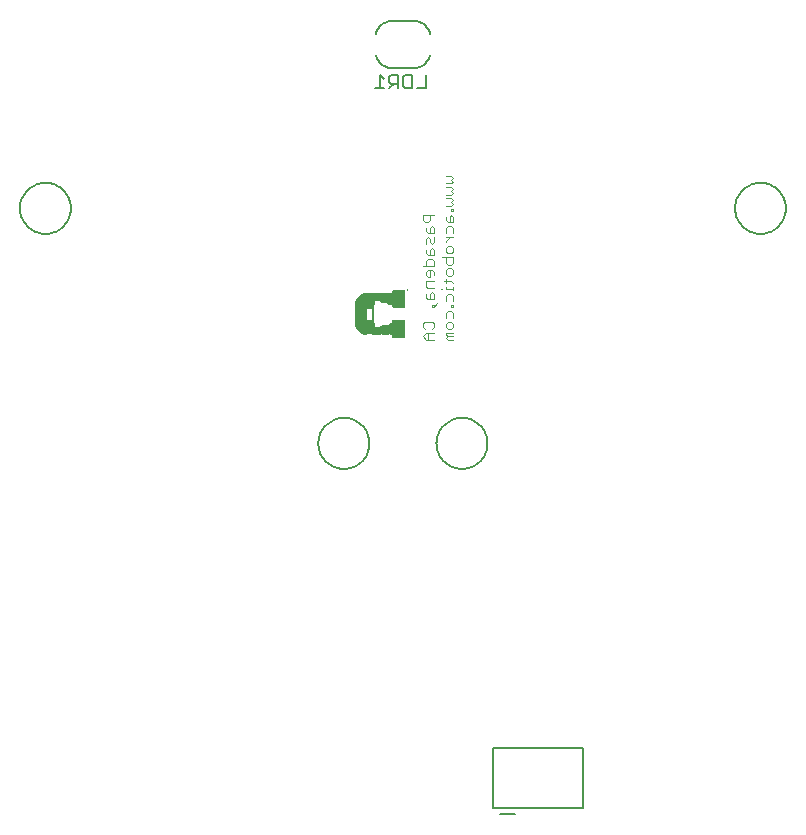
<source format=gbo>
G75*
%MOIN*%
%OFA0B0*%
%FSLAX24Y24*%
%IPPOS*%
%LPD*%
%AMOC8*
5,1,8,0,0,1.08239X$1,22.5*
%
%ADD10C,0.0040*%
%ADD11C,0.0080*%
%ADD12C,0.0050*%
%ADD13R,0.0001X0.0539*%
%ADD14R,0.0001X0.0550*%
%ADD15R,0.0001X0.0556*%
%ADD16R,0.0001X0.0555*%
%ADD17R,0.0001X0.0561*%
%ADD18R,0.0001X0.0560*%
%ADD19R,0.0001X0.0564*%
%ADD20R,0.0001X0.0564*%
%ADD21R,0.0001X0.0568*%
%ADD22R,0.0001X0.0567*%
%ADD23R,0.0001X0.0570*%
%ADD24R,0.0001X0.0574*%
%ADD25R,0.0001X0.0576*%
%ADD26R,0.0001X0.0576*%
%ADD27R,0.0001X0.0578*%
%ADD28R,0.0001X0.0581*%
%ADD29R,0.0001X0.0580*%
%ADD30R,0.0001X0.0583*%
%ADD31R,0.0001X0.0582*%
%ADD32R,0.0001X0.0585*%
%ADD33R,0.0001X0.0586*%
%ADD34R,0.0001X0.0588*%
%ADD35R,0.0001X0.0590*%
%ADD36R,0.0001X0.0591*%
%ADD37R,0.0001X0.0593*%
%ADD38R,0.0001X0.0594*%
%ADD39R,0.0001X0.0596*%
%ADD40R,0.0001X0.0595*%
%ADD41R,0.0001X0.0597*%
%ADD42R,0.0001X0.0598*%
%ADD43R,0.0001X0.0598*%
%ADD44R,0.0001X0.0599*%
%ADD45R,0.0001X0.0601*%
%ADD46R,0.0001X0.0600*%
%ADD47R,0.0001X0.0601*%
%ADD48R,0.0001X0.0602*%
%ADD49R,0.0001X0.0602*%
%ADD50R,0.0001X0.0603*%
%ADD51R,0.0001X0.0604*%
%ADD52R,0.0001X0.0604*%
%ADD53R,0.0001X0.0605*%
%ADD54R,0.0001X0.0606*%
%ADD55R,0.0001X0.0606*%
%ADD56R,0.0001X0.0607*%
%ADD57R,0.0001X0.0607*%
%ADD58R,0.0001X0.0609*%
%ADD59R,0.0001X0.0608*%
%ADD60R,0.0001X0.0609*%
%ADD61R,0.0001X0.0610*%
%ADD62R,0.0001X0.0610*%
%ADD63R,0.0001X0.0610*%
%ADD64R,0.0001X0.0611*%
%ADD65R,0.0001X0.0611*%
%ADD66R,0.0001X0.0611*%
%ADD67R,0.0001X0.0612*%
%ADD68R,0.0001X0.0612*%
%ADD69R,0.0001X0.0613*%
%ADD70R,0.0001X0.0613*%
%ADD71R,0.0001X0.0611*%
%ADD72R,0.0001X0.0606*%
%ADD73R,0.0001X0.0610*%
%ADD74R,0.0001X0.0604*%
%ADD75R,0.0001X0.0603*%
%ADD76R,0.0001X0.0608*%
%ADD77R,0.0001X0.0602*%
%ADD78R,0.0001X0.0599*%
%ADD79R,0.0001X0.0606*%
%ADD80R,0.0001X0.0598*%
%ADD81R,0.0001X0.0604*%
%ADD82R,0.0001X0.0596*%
%ADD83R,0.0001X0.0594*%
%ADD84R,0.0001X0.0602*%
%ADD85R,0.0001X0.0594*%
%ADD86R,0.0001X0.0592*%
%ADD87R,0.0001X0.0600*%
%ADD88R,0.0001X0.0590*%
%ADD89R,0.0001X0.0589*%
%ADD90R,0.0001X0.0598*%
%ADD91R,0.0001X0.0587*%
%ADD92R,0.0001X0.0586*%
%ADD93R,0.0001X0.0595*%
%ADD94R,0.0001X0.0582*%
%ADD95R,0.0001X0.0579*%
%ADD96R,0.0001X0.0591*%
%ADD97R,0.0001X0.0577*%
%ADD98R,0.0001X0.0590*%
%ADD99R,0.0001X0.0574*%
%ADD100R,0.0001X0.0571*%
%ADD101R,0.0001X0.0569*%
%ADD102R,0.0001X0.0584*%
%ADD103R,0.0001X0.0566*%
%ADD104R,0.0001X0.0562*%
%ADD105R,0.0001X0.0581*%
%ADD106R,0.0001X0.0557*%
%ADD107R,0.0001X0.0552*%
%ADD108R,0.0001X0.0576*%
%ADD109R,0.0001X0.0544*%
%ADD110R,0.0001X0.0413*%
%ADD111R,0.0001X0.0570*%
%ADD112R,0.0001X0.0412*%
%ADD113R,0.0001X0.0412*%
%ADD114R,0.0001X0.0564*%
%ADD115R,0.0001X0.0555*%
%ADD116R,0.0001X0.0411*%
%ADD117R,0.0001X0.0411*%
%ADD118R,0.0001X0.0540*%
%ADD119R,0.0001X0.0383*%
%ADD120R,0.0001X0.0410*%
%ADD121R,0.0001X0.0410*%
%ADD122R,0.0001X0.0383*%
%ADD123R,0.0001X0.0382*%
%ADD124R,0.0001X0.0410*%
%ADD125R,0.0001X0.0409*%
%ADD126R,0.0001X0.0382*%
%ADD127R,0.0001X0.0409*%
%ADD128R,0.0001X0.0382*%
%ADD129R,0.0001X0.0408*%
%ADD130R,0.0001X0.0408*%
%ADD131R,0.0001X0.0381*%
%ADD132R,0.0001X0.0381*%
%ADD133R,0.0001X0.0407*%
%ADD134R,0.0001X0.0407*%
%ADD135R,0.0001X0.0380*%
%ADD136R,0.0001X0.0380*%
%ADD137R,0.0001X0.0406*%
%ADD138R,0.0001X0.0406*%
%ADD139R,0.0001X0.0379*%
%ADD140R,0.0001X0.0406*%
%ADD141R,0.0001X0.0406*%
%ADD142R,0.0001X0.0379*%
%ADD143R,0.0001X0.0405*%
%ADD144R,0.0001X0.0378*%
%ADD145R,0.0001X0.0404*%
%ADD146R,0.0001X0.0378*%
%ADD147R,0.0001X0.0404*%
%ADD148R,0.0001X0.0378*%
%ADD149R,0.0001X0.0403*%
%ADD150R,0.0001X0.0403*%
%ADD151R,0.0001X0.0377*%
%ADD152R,0.0001X0.0377*%
%ADD153R,0.0001X0.0402*%
%ADD154R,0.0001X0.0402*%
%ADD155R,0.0001X0.0376*%
%ADD156R,0.0001X0.0376*%
%ADD157R,0.0001X0.0402*%
%ADD158R,0.0001X0.0402*%
%ADD159R,0.0001X0.0375*%
%ADD160R,0.0001X0.0401*%
%ADD161R,0.0001X0.0375*%
%ADD162R,0.0001X0.0400*%
%ADD163R,0.0001X0.0400*%
%ADD164R,0.0001X0.0374*%
%ADD165R,0.0001X0.0399*%
%ADD166R,0.0001X0.0374*%
%ADD167R,0.0001X0.0399*%
%ADD168R,0.0001X0.0374*%
%ADD169R,0.0001X0.0398*%
%ADD170R,0.0001X0.0398*%
%ADD171R,0.0001X0.0374*%
%ADD172R,0.0001X0.0373*%
%ADD173R,0.0001X0.0398*%
%ADD174R,0.0001X0.0398*%
%ADD175R,0.0001X0.0372*%
%ADD176R,0.0001X0.0397*%
%ADD177R,0.0001X0.0372*%
%ADD178R,0.0001X0.0396*%
%ADD179R,0.0001X0.0371*%
%ADD180R,0.0001X0.0396*%
%ADD181R,0.0001X0.0371*%
%ADD182R,0.0001X0.0395*%
%ADD183R,0.0001X0.0370*%
%ADD184R,0.0001X0.0395*%
%ADD185R,0.0001X0.0370*%
%ADD186R,0.0001X0.0394*%
%ADD187R,0.0001X0.0394*%
%ADD188R,0.0001X0.0370*%
%ADD189R,0.0001X0.0394*%
%ADD190R,0.0001X0.0394*%
%ADD191R,0.0001X0.0370*%
%ADD192R,0.0001X0.0369*%
%ADD193R,0.0001X0.0393*%
%ADD194R,0.0001X0.0393*%
%ADD195R,0.0001X0.0369*%
%ADD196R,0.0001X0.0392*%
%ADD197R,0.0001X0.0368*%
%ADD198R,0.0001X0.0391*%
%ADD199R,0.0001X0.0367*%
%ADD200R,0.0001X0.0391*%
%ADD201R,0.0001X0.0367*%
%ADD202R,0.0001X0.0390*%
%ADD203R,0.0001X0.0390*%
%ADD204R,0.0001X0.0366*%
%ADD205R,0.0001X0.0366*%
%ADD206R,0.0001X0.0390*%
%ADD207R,0.0001X0.0390*%
%ADD208R,0.0001X0.0366*%
%ADD209R,0.0001X0.0366*%
%ADD210R,0.0001X0.0389*%
%ADD211R,0.0001X0.0389*%
%ADD212R,0.0001X0.0388*%
%ADD213R,0.0001X0.0365*%
%ADD214R,0.0001X0.0388*%
%ADD215R,0.0001X0.0365*%
%ADD216R,0.0001X0.0387*%
%ADD217R,0.0001X0.0364*%
%ADD218R,0.0001X0.0386*%
%ADD219R,0.0001X0.0364*%
%ADD220R,0.0001X0.0386*%
%ADD221R,0.0001X0.0363*%
%ADD222R,0.0001X0.0386*%
%ADD223R,0.0001X0.0386*%
%ADD224R,0.0001X0.0362*%
%ADD225R,0.0001X0.0362*%
%ADD226R,0.0001X0.0385*%
%ADD227R,0.0001X0.0385*%
%ADD228R,0.0001X0.0362*%
%ADD229R,0.0001X0.0384*%
%ADD230R,0.0001X0.0362*%
%ADD231R,0.0001X0.0384*%
%ADD232R,0.0001X0.0361*%
%ADD233R,0.0001X0.0361*%
%ADD234R,0.0001X0.0382*%
%ADD235R,0.0001X0.0360*%
%ADD236R,0.0001X0.0360*%
%ADD237R,0.0001X0.0359*%
%ADD238R,0.0001X0.0359*%
%ADD239R,0.0001X0.0358*%
%ADD240R,0.0001X0.0358*%
%ADD241R,0.0001X0.0379*%
%ADD242R,0.0001X0.0358*%
%ADD243R,0.0001X0.0357*%
%ADD244R,0.0001X0.0357*%
%ADD245R,0.0001X0.0378*%
%ADD246R,0.0001X0.0356*%
%ADD247R,0.0001X0.0356*%
%ADD248R,0.0001X0.0355*%
%ADD249R,0.0001X0.0376*%
%ADD250R,0.0001X0.0376*%
%ADD251R,0.0001X0.0355*%
%ADD252R,0.0001X0.0354*%
%ADD253R,0.0001X0.0354*%
%ADD254R,0.0001X0.0354*%
%ADD255R,0.0001X0.0353*%
%ADD256R,0.0001X0.0353*%
%ADD257R,0.0001X0.0373*%
%ADD258R,0.0001X0.0373*%
%ADD259R,0.0001X0.0352*%
%ADD260R,0.0001X0.0352*%
%ADD261R,0.0001X0.0351*%
%ADD262R,0.0001X0.0351*%
%ADD263R,0.0001X0.0350*%
%ADD264R,0.0001X0.0350*%
%ADD265R,0.0001X0.0370*%
%ADD266R,0.0001X0.0350*%
%ADD267R,0.0001X0.0350*%
%ADD268R,0.0001X0.0349*%
%ADD269R,0.0001X0.0368*%
%ADD270R,0.0001X0.0348*%
%ADD271R,0.0001X0.0348*%
%ADD272R,0.0001X0.0347*%
%ADD273R,0.0001X0.0347*%
%ADD274R,0.0001X0.0346*%
%ADD275R,0.0001X0.0346*%
%ADD276R,0.0001X0.0346*%
%ADD277R,0.0001X0.0346*%
%ADD278R,0.0001X0.0345*%
%ADD279R,0.0001X0.0363*%
%ADD280R,0.0001X0.0345*%
%ADD281R,0.0001X0.0344*%
%ADD282R,0.0001X0.0343*%
%ADD283R,0.0001X0.0343*%
%ADD284R,0.0001X0.0342*%
%ADD285R,0.0001X0.0342*%
%ADD286R,0.0001X0.0342*%
%ADD287R,0.0001X0.0342*%
%ADD288R,0.0001X0.0359*%
%ADD289R,0.0001X0.0359*%
%ADD290R,0.0001X0.0341*%
%ADD291R,0.0001X0.0358*%
%ADD292R,0.0001X0.0341*%
%ADD293R,0.0001X0.0340*%
%ADD294R,0.0001X0.0340*%
%ADD295R,0.0001X0.0339*%
%ADD296R,0.0001X0.0356*%
%ADD297R,0.0001X0.0338*%
%ADD298R,0.0001X0.0356*%
%ADD299R,0.0001X0.0338*%
%ADD300R,0.0001X0.0338*%
%ADD301R,0.0001X0.0338*%
%ADD302R,0.0001X0.0337*%
%ADD303R,0.0001X0.0337*%
%ADD304R,0.0001X0.0354*%
%ADD305R,0.0001X0.0353*%
%ADD306R,0.0001X0.0336*%
%ADD307R,0.0001X0.0353*%
%ADD308R,0.0001X0.0336*%
%ADD309R,0.0001X0.0335*%
%ADD310R,0.0001X0.0335*%
%ADD311R,0.0001X0.0334*%
%ADD312R,0.0001X0.0334*%
%ADD313R,0.0001X0.0334*%
%ADD314R,0.0001X0.0350*%
%ADD315R,0.0001X0.0350*%
%ADD316R,0.0001X0.0333*%
%ADD317R,0.0001X0.0333*%
%ADD318R,0.0001X0.0349*%
%ADD319R,0.0001X0.0332*%
%ADD320R,0.0001X0.0332*%
%ADD321R,0.0001X0.0331*%
%ADD322R,0.0001X0.0331*%
%ADD323R,0.0001X0.0330*%
%ADD324R,0.0001X0.0330*%
%ADD325R,0.0001X0.0330*%
%ADD326R,0.0001X0.0329*%
%ADD327R,0.0001X0.0329*%
%ADD328R,0.0001X0.0328*%
%ADD329R,0.0001X0.0328*%
%ADD330R,0.0001X0.0327*%
%ADD331R,0.0001X0.0327*%
%ADD332R,0.0001X0.0326*%
%ADD333R,0.0001X0.0326*%
%ADD334R,0.0001X0.0326*%
%ADD335R,0.0001X0.0326*%
%ADD336R,0.0001X0.0339*%
%ADD337R,0.0001X0.0325*%
%ADD338R,0.0001X0.0324*%
%ADD339R,0.0001X0.0324*%
%ADD340R,0.0001X0.0323*%
%ADD341R,0.0001X0.0323*%
%ADD342R,0.0001X0.0322*%
%ADD343R,0.0001X0.0322*%
%ADD344R,0.0001X0.0336*%
%ADD345R,0.0001X0.0336*%
%ADD346R,0.0001X0.0322*%
%ADD347R,0.0001X0.0334*%
%ADD348R,0.0001X0.0322*%
%ADD349R,0.0001X0.0321*%
%ADD350R,0.0001X0.0321*%
%ADD351R,0.0001X0.0320*%
%ADD352R,0.0001X0.0333*%
%ADD353R,0.0001X0.0333*%
%ADD354R,0.0001X0.0319*%
%ADD355R,0.0001X0.0319*%
%ADD356R,0.0001X0.0318*%
%ADD357R,0.0001X0.0318*%
%ADD358R,0.0001X0.0318*%
%ADD359R,0.0001X0.0318*%
%ADD360R,0.0001X0.0330*%
%ADD361R,0.0001X0.0330*%
%ADD362R,0.0001X0.0317*%
%ADD363R,0.0001X0.0317*%
%ADD364R,0.0001X0.0316*%
%ADD365R,0.0001X0.0316*%
%ADD366R,0.0001X0.0315*%
%ADD367R,0.0001X0.0314*%
%ADD368R,0.0001X0.0314*%
%ADD369R,0.0001X0.0314*%
%ADD370R,0.0001X0.0314*%
%ADD371R,0.0001X0.0325*%
%ADD372R,0.0001X0.0313*%
%ADD373R,0.0001X0.0313*%
%ADD374R,0.0001X0.0312*%
%ADD375R,0.0001X0.0312*%
%ADD376R,0.0001X0.0311*%
%ADD377R,0.0001X0.0311*%
%ADD378R,0.0001X0.0310*%
%ADD379R,0.0001X0.0310*%
%ADD380R,0.0001X0.0310*%
%ADD381R,0.0001X0.0320*%
%ADD382R,0.0001X0.0309*%
%ADD383R,0.0001X0.0309*%
%ADD384R,0.0001X0.0319*%
%ADD385R,0.0001X0.0319*%
%ADD386R,0.0001X0.0308*%
%ADD387R,0.0001X0.0308*%
%ADD388R,0.0001X0.0307*%
%ADD389R,0.0001X0.0307*%
%ADD390R,0.0001X0.0306*%
%ADD391R,0.0001X0.0316*%
%ADD392R,0.0001X0.0306*%
%ADD393R,0.0001X0.0316*%
%ADD394R,0.0001X0.0306*%
%ADD395R,0.0001X0.0315*%
%ADD396R,0.0001X0.0305*%
%ADD397R,0.0001X0.0305*%
%ADD398R,0.0001X0.0304*%
%ADD399R,0.0001X0.0304*%
%ADD400R,0.0001X0.0313*%
%ADD401R,0.0001X0.0303*%
%ADD402R,0.0001X0.0313*%
%ADD403R,0.0001X0.0303*%
%ADD404R,0.0001X0.0302*%
%ADD405R,0.0001X0.0302*%
%ADD406R,0.0001X0.0302*%
%ADD407R,0.0001X0.0310*%
%ADD408R,0.0001X0.0302*%
%ADD409R,0.0001X0.0301*%
%ADD410R,0.0001X0.0310*%
%ADD411R,0.0001X0.0300*%
%ADD412R,0.0001X0.0300*%
%ADD413R,0.0001X0.0299*%
%ADD414R,0.0001X0.0299*%
%ADD415R,0.0001X0.0298*%
%ADD416R,0.0001X0.0298*%
%ADD417R,0.0001X0.0298*%
%ADD418R,0.0001X0.0306*%
%ADD419R,0.0001X0.0298*%
%ADD420R,0.0001X0.0297*%
%ADD421R,0.0001X0.0297*%
%ADD422R,0.0001X0.0296*%
%ADD423R,0.0001X0.0295*%
%ADD424R,0.0001X0.0295*%
%ADD425R,0.0001X0.0294*%
%ADD426R,0.0001X0.0294*%
%ADD427R,0.0001X0.0294*%
%ADD428R,0.0001X0.0294*%
%ADD429R,0.0001X0.0301*%
%ADD430R,0.0001X0.0293*%
%ADD431R,0.0001X0.0299*%
%ADD432R,0.0001X0.0293*%
%ADD433R,0.0001X0.0299*%
%ADD434R,0.0001X0.0292*%
%ADD435R,0.0001X0.0292*%
%ADD436R,0.0001X0.0291*%
%ADD437R,0.0001X0.0290*%
%ADD438R,0.0001X0.0290*%
%ADD439R,0.0001X0.0290*%
%ADD440R,0.0001X0.0296*%
%ADD441R,0.0001X0.0290*%
%ADD442R,0.0001X0.0289*%
%ADD443R,0.0001X0.0289*%
%ADD444R,0.0001X0.0288*%
%ADD445R,0.0001X0.0288*%
%ADD446R,0.0001X0.0287*%
%ADD447R,0.0001X0.0293*%
%ADD448R,0.0001X0.0293*%
%ADD449R,0.0001X0.0287*%
%ADD450R,0.0001X0.0286*%
%ADD451R,0.0001X0.0291*%
%ADD452R,0.0001X0.0286*%
%ADD453R,0.0001X0.0286*%
%ADD454R,0.0001X0.0285*%
%ADD455R,0.0001X0.0285*%
%ADD456R,0.0001X0.0290*%
%ADD457R,0.0001X0.0290*%
%ADD458R,0.0001X0.0284*%
%ADD459R,0.0001X0.0284*%
%ADD460R,0.0001X0.0283*%
%ADD461R,0.0001X0.0283*%
%ADD462R,0.0001X0.0282*%
%ADD463R,0.0001X0.0286*%
%ADD464R,0.0001X0.0282*%
%ADD465R,0.0001X0.0282*%
%ADD466R,0.0001X0.0281*%
%ADD467R,0.0001X0.0281*%
%ADD468R,0.0001X0.0280*%
%ADD469R,0.0001X0.0280*%
%ADD470R,0.0001X0.0279*%
%ADD471R,0.0001X0.0279*%
%ADD472R,0.0001X0.0278*%
%ADD473R,0.0001X0.0282*%
%ADD474R,0.0001X0.0278*%
%ADD475R,0.0001X0.0278*%
%ADD476R,0.0001X0.0278*%
%ADD477R,0.0001X0.0277*%
%ADD478R,0.0001X0.0276*%
%ADD479R,0.0001X0.0279*%
%ADD480R,0.0001X0.0276*%
%ADD481R,0.0001X0.0275*%
%ADD482R,0.0001X0.0275*%
%ADD483R,0.0001X0.0274*%
%ADD484R,0.0001X0.0274*%
%ADD485R,0.0001X0.0277*%
%ADD486R,0.0001X0.0274*%
%ADD487R,0.0001X0.0276*%
%ADD488R,0.0001X0.0276*%
%ADD489R,0.0001X0.0274*%
%ADD490R,0.0001X0.0273*%
%ADD491R,0.0001X0.0273*%
%ADD492R,0.0001X0.0272*%
%ADD493R,0.0001X0.0271*%
%ADD494R,0.0001X0.0271*%
%ADD495R,0.0001X0.0273*%
%ADD496R,0.0001X0.0273*%
%ADD497R,0.0001X0.0270*%
%ADD498R,0.0001X0.0270*%
%ADD499R,0.0001X0.0272*%
%ADD500R,0.0001X0.0270*%
%ADD501R,0.0001X0.0270*%
%ADD502R,0.0001X0.0269*%
%ADD503R,0.0001X0.0269*%
%ADD504R,0.0001X0.0270*%
%ADD505R,0.0001X0.0268*%
%ADD506R,0.0001X0.0268*%
%ADD507R,0.0001X0.0267*%
%ADD508R,0.0001X0.0266*%
%ADD509R,0.0001X0.0266*%
%ADD510R,0.0001X0.0267*%
%ADD511R,0.0001X0.0266*%
%ADD512R,0.0001X0.0266*%
%ADD513R,0.0001X0.0265*%
%ADD514R,0.0001X0.0265*%
%ADD515R,0.0001X0.0264*%
%ADD516R,0.0001X0.0264*%
%ADD517R,0.0001X0.0263*%
%ADD518R,0.0001X0.0263*%
%ADD519R,0.0001X0.0262*%
%ADD520R,0.0001X0.0262*%
%ADD521R,0.0001X0.0262*%
%ADD522R,0.0001X0.0262*%
%ADD523R,0.0001X0.0261*%
%ADD524R,0.0001X0.0261*%
%ADD525R,0.0001X0.0260*%
%ADD526R,0.0001X0.0260*%
%ADD527R,0.0001X0.0259*%
%ADD528R,0.0001X0.0259*%
%ADD529R,0.0001X0.0259*%
%ADD530R,0.0001X0.0258*%
%ADD531R,0.0001X0.0258*%
%ADD532R,0.0001X0.0259*%
%ADD533R,0.0001X0.0258*%
%ADD534R,0.0001X0.0258*%
%ADD535R,0.0001X0.0257*%
%ADD536R,0.0001X0.0256*%
%ADD537R,0.0001X0.0257*%
%ADD538R,0.0001X0.0256*%
%ADD539R,0.0001X0.0255*%
%ADD540R,0.0001X0.0255*%
%ADD541R,0.0001X0.0256*%
%ADD542R,0.0001X0.0256*%
%ADD543R,0.0001X0.0254*%
%ADD544R,0.0001X0.0254*%
%ADD545R,0.0001X0.0254*%
%ADD546R,0.0001X0.0254*%
%ADD547R,0.0001X0.0253*%
%ADD548R,0.0001X0.0253*%
%ADD549R,0.0001X0.0252*%
%ADD550R,0.0001X0.0251*%
%ADD551R,0.0001X0.0251*%
%ADD552R,0.0001X0.0253*%
%ADD553R,0.0001X0.0250*%
%ADD554R,0.0001X0.0250*%
%ADD555R,0.0001X0.0252*%
%ADD556R,0.0001X0.0250*%
%ADD557R,0.0001X0.0250*%
%ADD558R,0.0001X0.0249*%
%ADD559R,0.0001X0.0249*%
%ADD560R,0.0001X0.0248*%
%ADD561R,0.0001X0.0247*%
%ADD562R,0.0001X0.0247*%
%ADD563R,0.0001X0.0250*%
%ADD564R,0.0001X0.0246*%
%ADD565R,0.0001X0.0246*%
%ADD566R,0.0001X0.0250*%
%ADD567R,0.0001X0.0246*%
%ADD568R,0.0001X0.0246*%
%ADD569R,0.0001X0.0245*%
%ADD570R,0.0001X0.0245*%
%ADD571R,0.0001X0.0244*%
%ADD572R,0.0001X0.0243*%
%ADD573R,0.0001X0.0243*%
%ADD574R,0.0001X0.0242*%
%ADD575R,0.0001X0.0242*%
%ADD576R,0.0001X0.0242*%
%ADD577R,0.0001X0.0242*%
%ADD578R,0.0001X0.0241*%
%ADD579R,0.0001X0.0241*%
%ADD580R,0.0001X0.0240*%
%ADD581R,0.0001X0.0240*%
%ADD582R,0.0001X0.0244*%
%ADD583R,0.0001X0.0239*%
%ADD584R,0.0001X0.0238*%
%ADD585R,0.0001X0.0238*%
%ADD586R,0.0001X0.0238*%
%ADD587R,0.0001X0.0238*%
%ADD588R,0.0001X0.0237*%
%ADD589R,0.0001X0.0237*%
%ADD590R,0.0001X0.0415*%
%ADD591R,0.0001X0.0415*%
%ADD592R,0.0001X0.1389*%
%ADD593R,0.0001X0.1389*%
%ADD594R,0.0001X0.0514*%
%ADD595R,0.0001X0.0489*%
%ADD596R,0.0001X0.0514*%
%ADD597R,0.0001X0.0489*%
%ADD598R,0.0001X0.1388*%
%ADD599R,0.0001X0.1388*%
%ADD600R,0.0001X0.1387*%
%ADD601R,0.0001X0.1387*%
%ADD602R,0.0001X0.1386*%
%ADD603R,0.0001X0.1386*%
%ADD604R,0.0001X0.1386*%
%ADD605R,0.0001X0.1385*%
%ADD606R,0.0001X0.1384*%
%ADD607R,0.0001X0.1384*%
%ADD608R,0.0001X0.1383*%
%ADD609R,0.0001X0.1383*%
%ADD610R,0.0001X0.1382*%
%ADD611R,0.0001X0.1382*%
%ADD612R,0.0001X0.1382*%
%ADD613R,0.0001X0.1381*%
%ADD614R,0.0001X0.1381*%
%ADD615R,0.0001X0.1380*%
%ADD616R,0.0001X0.1379*%
%ADD617R,0.0001X0.1379*%
%ADD618R,0.0001X0.1378*%
%ADD619R,0.0001X0.1378*%
%ADD620R,0.0001X0.1378*%
%ADD621R,0.0001X0.1376*%
%ADD622R,0.0001X0.1376*%
%ADD623R,0.0001X0.1374*%
%ADD624R,0.0001X0.1374*%
%ADD625R,0.0001X0.1373*%
%ADD626R,0.0001X0.1373*%
%ADD627R,0.0001X0.1371*%
%ADD628R,0.0001X0.1371*%
%ADD629R,0.0001X0.1370*%
%ADD630R,0.0001X0.1370*%
%ADD631R,0.0001X0.1369*%
%ADD632R,0.0001X0.1368*%
%ADD633R,0.0001X0.1368*%
%ADD634R,0.0001X0.1367*%
%ADD635R,0.0001X0.1366*%
%ADD636R,0.0001X0.1366*%
%ADD637R,0.0001X0.1365*%
%ADD638R,0.0001X0.1364*%
%ADD639R,0.0001X0.1363*%
%ADD640R,0.0001X0.1363*%
%ADD641R,0.0001X0.1362*%
%ADD642R,0.0001X0.1362*%
%ADD643R,0.0001X0.1362*%
%ADD644R,0.0001X0.1361*%
%ADD645R,0.0001X0.1360*%
%ADD646R,0.0001X0.1359*%
%ADD647R,0.0001X0.1358*%
%ADD648R,0.0001X0.1358*%
%ADD649R,0.0001X0.1358*%
%ADD650R,0.0001X0.1357*%
%ADD651R,0.0001X0.1357*%
%ADD652R,0.0001X0.1356*%
%ADD653R,0.0001X0.1355*%
%ADD654R,0.0001X0.1354*%
%ADD655R,0.0001X0.1354*%
%ADD656R,0.0001X0.1354*%
%ADD657R,0.0001X0.1353*%
%ADD658R,0.0001X0.1352*%
%ADD659R,0.0001X0.1351*%
%ADD660R,0.0001X0.1350*%
%ADD661R,0.0001X0.1348*%
%ADD662R,0.0001X0.1346*%
%ADD663R,0.0001X0.1344*%
%ADD664R,0.0001X0.1342*%
%ADD665R,0.0001X0.1341*%
%ADD666R,0.0001X0.1339*%
%ADD667R,0.0001X0.1338*%
%ADD668R,0.0001X0.1336*%
%ADD669R,0.0001X0.1334*%
%ADD670R,0.0001X0.1333*%
%ADD671R,0.0001X0.1331*%
%ADD672R,0.0001X0.1330*%
%ADD673R,0.0001X0.1328*%
%ADD674R,0.0001X0.1326*%
%ADD675R,0.0001X0.1325*%
%ADD676R,0.0001X0.1323*%
%ADD677R,0.0001X0.1322*%
%ADD678R,0.0001X0.1320*%
%ADD679R,0.0001X0.1318*%
%ADD680R,0.0001X0.1317*%
%ADD681R,0.0001X0.1315*%
%ADD682R,0.0001X0.1314*%
%ADD683R,0.0001X0.1312*%
%ADD684R,0.0001X0.1310*%
%ADD685R,0.0001X0.1309*%
%ADD686R,0.0001X0.1307*%
%ADD687R,0.0001X0.1306*%
%ADD688R,0.0001X0.1304*%
%ADD689R,0.0001X0.1302*%
%ADD690R,0.0001X0.1301*%
%ADD691R,0.0001X0.1299*%
%ADD692R,0.0001X0.1298*%
%ADD693R,0.0001X0.1296*%
%ADD694R,0.0001X0.1294*%
%ADD695R,0.0001X0.1292*%
%ADD696R,0.0001X0.1290*%
%ADD697R,0.0001X0.1289*%
%ADD698R,0.0001X0.1287*%
%ADD699R,0.0001X0.1286*%
%ADD700R,0.0001X0.1284*%
%ADD701R,0.0001X0.1282*%
%ADD702R,0.0001X0.1281*%
%ADD703R,0.0001X0.1279*%
%ADD704R,0.0001X0.1278*%
%ADD705R,0.0001X0.1276*%
%ADD706R,0.0001X0.1274*%
%ADD707R,0.0001X0.1273*%
%ADD708R,0.0001X0.1271*%
%ADD709R,0.0001X0.1270*%
%ADD710R,0.0001X0.1268*%
%ADD711R,0.0001X0.1266*%
%ADD712R,0.0001X0.1264*%
%ADD713R,0.0001X0.1262*%
%ADD714R,0.0001X0.1261*%
%ADD715R,0.0001X0.1259*%
%ADD716R,0.0001X0.1258*%
%ADD717R,0.0001X0.1256*%
%ADD718R,0.0001X0.1254*%
%ADD719R,0.0001X0.1253*%
%ADD720R,0.0001X0.1251*%
%ADD721R,0.0001X0.1250*%
%ADD722R,0.0001X0.1248*%
%ADD723R,0.0001X0.1246*%
%ADD724R,0.0001X0.1245*%
%ADD725R,0.0001X0.1243*%
%ADD726R,0.0001X0.1242*%
%ADD727R,0.0001X0.1240*%
%ADD728R,0.0001X0.1238*%
%ADD729R,0.0001X0.1237*%
%ADD730R,0.0001X0.1235*%
%ADD731R,0.0001X0.1234*%
%ADD732R,0.0001X0.1232*%
%ADD733R,0.0001X0.1230*%
%ADD734R,0.0001X0.1229*%
%ADD735R,0.0001X0.1227*%
%ADD736R,0.0001X0.1226*%
%ADD737R,0.0001X0.1224*%
%ADD738R,0.0001X0.1222*%
%ADD739R,0.0001X0.1221*%
%ADD740R,0.0001X0.1219*%
%ADD741R,0.0001X0.1218*%
%ADD742R,0.0001X0.1216*%
%ADD743R,0.0001X0.1214*%
%ADD744R,0.0001X0.1212*%
%ADD745R,0.0001X0.1210*%
%ADD746R,0.0001X0.1209*%
%ADD747R,0.0001X0.1207*%
%ADD748R,0.0001X0.1206*%
%ADD749R,0.0001X0.1204*%
%ADD750R,0.0001X0.1202*%
%ADD751R,0.0001X0.1201*%
%ADD752R,0.0001X0.1199*%
%ADD753R,0.0001X0.1198*%
%ADD754R,0.0001X0.1196*%
%ADD755R,0.0001X0.1194*%
%ADD756R,0.0001X0.1193*%
%ADD757R,0.0001X0.1191*%
%ADD758R,0.0001X0.1190*%
%ADD759R,0.0001X0.1188*%
%ADD760R,0.0001X0.1186*%
%ADD761R,0.0001X0.1184*%
%ADD762R,0.0001X0.1182*%
%ADD763R,0.0001X0.1181*%
%ADD764R,0.0001X0.1179*%
%ADD765R,0.0001X0.1178*%
%ADD766R,0.0001X0.1176*%
%ADD767R,0.0001X0.1174*%
%ADD768R,0.0001X0.1173*%
%ADD769R,0.0001X0.1171*%
%ADD770R,0.0001X0.1170*%
%ADD771R,0.0001X0.1168*%
%ADD772R,0.0001X0.1166*%
%ADD773R,0.0001X0.1165*%
%ADD774R,0.0001X0.1163*%
%ADD775R,0.0001X0.1162*%
%ADD776R,0.0001X0.1160*%
%ADD777R,0.0001X0.1158*%
%ADD778R,0.0001X0.1157*%
%ADD779R,0.0001X0.1155*%
%ADD780R,0.0001X0.1154*%
%ADD781R,0.0001X0.1152*%
%ADD782R,0.0001X0.1150*%
%ADD783R,0.0001X0.1149*%
%ADD784R,0.0001X0.1147*%
%ADD785R,0.0001X0.1146*%
%ADD786R,0.0001X0.1144*%
%ADD787R,0.0001X0.1142*%
%ADD788R,0.0001X0.1141*%
%ADD789R,0.0001X0.1139*%
%ADD790R,0.0001X0.1138*%
%ADD791R,0.0001X0.1136*%
%ADD792R,0.0001X0.1134*%
%ADD793R,0.0001X0.1132*%
%ADD794R,0.0001X0.1130*%
%ADD795R,0.0001X0.1129*%
%ADD796R,0.0001X0.1127*%
%ADD797R,0.0001X0.1126*%
%ADD798R,0.0001X0.1124*%
%ADD799R,0.0001X0.1122*%
%ADD800R,0.0001X0.1121*%
%ADD801R,0.0001X0.1119*%
%ADD802R,0.0001X0.1118*%
%ADD803R,0.0001X0.1116*%
%ADD804R,0.0001X0.1114*%
%ADD805R,0.0001X0.1113*%
%ADD806R,0.0001X0.1111*%
%ADD807R,0.0001X0.1110*%
%ADD808R,0.0001X0.1107*%
%ADD809R,0.0001X0.1106*%
%ADD810R,0.0001X0.1104*%
%ADD811R,0.0001X0.1102*%
%ADD812R,0.0001X0.1101*%
%ADD813R,0.0001X0.1099*%
%ADD814R,0.0001X0.1098*%
%ADD815R,0.0001X0.1096*%
%ADD816R,0.0001X0.1094*%
%ADD817R,0.0001X0.1093*%
%ADD818R,0.0001X0.1091*%
%ADD819R,0.0001X0.1090*%
%ADD820R,0.0001X0.1088*%
%ADD821R,0.0001X0.1086*%
%ADD822R,0.0001X0.1085*%
%ADD823R,0.0001X0.1083*%
%ADD824R,0.0001X0.1082*%
%ADD825R,0.0001X0.1080*%
%ADD826R,0.0001X0.1078*%
%ADD827R,0.0001X0.1077*%
%ADD828R,0.0001X0.1075*%
%ADD829R,0.0001X0.1074*%
%ADD830R,0.0001X0.1072*%
%ADD831R,0.0001X0.1070*%
%ADD832R,0.0001X0.1069*%
%ADD833R,0.0001X0.1067*%
%ADD834R,0.0001X0.1066*%
%ADD835R,0.0001X0.1064*%
%ADD836R,0.0001X0.1062*%
%ADD837R,0.0001X0.1061*%
%ADD838R,0.0001X0.1059*%
%ADD839R,0.0001X0.1058*%
%ADD840R,0.0001X0.1056*%
%ADD841R,0.0001X0.1054*%
%ADD842R,0.0001X0.1052*%
%ADD843R,0.0001X0.1050*%
%ADD844R,0.0001X0.1049*%
%ADD845R,0.0001X0.1047*%
%ADD846R,0.0001X0.1046*%
%ADD847R,0.0001X0.1044*%
%ADD848R,0.0001X0.1042*%
%ADD849R,0.0001X0.1041*%
%ADD850R,0.0001X0.1039*%
%ADD851R,0.0001X0.1038*%
%ADD852R,0.0001X0.1036*%
%ADD853R,0.0001X0.1034*%
%ADD854R,0.0001X0.1033*%
%ADD855R,0.0001X0.1031*%
%ADD856R,0.0001X0.1030*%
%ADD857R,0.0001X0.1027*%
%ADD858R,0.0001X0.1026*%
%ADD859R,0.0001X0.1024*%
%ADD860R,0.0001X0.1022*%
%ADD861R,0.0001X0.1021*%
%ADD862R,0.0001X0.1019*%
%ADD863R,0.0001X0.1018*%
%ADD864R,0.0001X0.1016*%
%ADD865R,0.0001X0.1014*%
%ADD866R,0.0001X0.1013*%
%ADD867R,0.0001X0.1011*%
%ADD868R,0.0001X0.1010*%
%ADD869R,0.0001X0.1008*%
%ADD870R,0.0001X0.1006*%
%ADD871R,0.0001X0.1005*%
%ADD872R,0.0001X0.1003*%
%ADD873R,0.0001X0.1002*%
%ADD874R,0.0001X0.1000*%
%ADD875R,0.0001X0.0998*%
%ADD876R,0.0001X0.0997*%
%ADD877R,0.0001X0.0995*%
%ADD878R,0.0001X0.0994*%
%ADD879R,0.0001X0.0992*%
%ADD880R,0.0001X0.0990*%
%ADD881R,0.0001X0.0989*%
%ADD882R,0.0001X0.0987*%
%ADD883R,0.0001X0.0986*%
%ADD884R,0.0001X0.0984*%
%ADD885R,0.0001X0.0982*%
%ADD886R,0.0001X0.0981*%
%ADD887R,0.0001X0.0979*%
%ADD888R,0.0001X0.0978*%
%ADD889R,0.0001X0.0976*%
%ADD890R,0.0001X0.0974*%
%ADD891R,0.0001X0.0972*%
%ADD892R,0.0001X0.0970*%
%ADD893R,0.0001X0.0969*%
%ADD894R,0.0001X0.0967*%
%ADD895R,0.0001X0.0966*%
%ADD896R,0.0001X0.0964*%
%ADD897R,0.0001X0.0962*%
%ADD898R,0.0001X0.0961*%
%ADD899R,0.0001X0.0959*%
%ADD900R,0.0001X0.0958*%
%ADD901R,0.0001X0.0956*%
%ADD902R,0.0001X0.0954*%
%ADD903R,0.0001X0.0953*%
%ADD904R,0.0001X0.0951*%
%ADD905R,0.0001X0.0950*%
%ADD906R,0.0001X0.0947*%
%ADD907R,0.0001X0.0946*%
%ADD908R,0.0001X0.0944*%
%ADD909R,0.0001X0.0942*%
%ADD910R,0.0001X0.0941*%
%ADD911R,0.0001X0.0939*%
%ADD912R,0.0001X0.0938*%
%ADD913R,0.0001X0.0936*%
%ADD914R,0.0001X0.0934*%
%ADD915R,0.0001X0.0933*%
%ADD916R,0.0001X0.0931*%
%ADD917R,0.0001X0.0930*%
%ADD918R,0.0001X0.0928*%
%ADD919R,0.0001X0.0926*%
%ADD920R,0.0001X0.0925*%
%ADD921R,0.0001X0.0923*%
%ADD922R,0.0001X0.0922*%
%ADD923R,0.0001X0.0920*%
%ADD924R,0.0001X0.0918*%
%ADD925R,0.0001X0.0917*%
%ADD926R,0.0001X0.0914*%
%ADD927R,0.0001X0.0909*%
%ADD928R,0.0001X0.0905*%
%ADD929R,0.0001X0.0901*%
%ADD930R,0.0001X0.0896*%
%ADD931R,0.0001X0.0891*%
%ADD932R,0.0001X0.0886*%
%ADD933R,0.0001X0.0882*%
%ADD934R,0.0001X0.0876*%
%ADD935R,0.0001X0.0871*%
%ADD936R,0.0001X0.0866*%
%ADD937R,0.0001X0.0860*%
%ADD938R,0.0001X0.0854*%
%ADD939R,0.0001X0.0848*%
%ADD940R,0.0001X0.0842*%
%ADD941R,0.0001X0.0835*%
%ADD942R,0.0001X0.0829*%
%ADD943R,0.0001X0.0821*%
%ADD944R,0.0001X0.0813*%
%ADD945R,0.0001X0.0804*%
%ADD946R,0.0001X0.0794*%
%ADD947R,0.0001X0.0782*%
%ADD948R,0.0001X0.0763*%
%ADD949C,0.0000*%
D10*
X015530Y018197D02*
X015770Y018197D01*
X015590Y018197D02*
X015590Y018438D01*
X015530Y018438D02*
X015409Y018317D01*
X015530Y018197D01*
X015530Y018438D02*
X015770Y018438D01*
X015710Y018566D02*
X015770Y018626D01*
X015770Y018746D01*
X015710Y018806D01*
X015470Y018806D01*
X015409Y018746D01*
X015409Y018626D01*
X015470Y018566D01*
X016180Y018621D02*
X016240Y018561D01*
X016360Y018561D01*
X016420Y018621D01*
X016420Y018741D01*
X016360Y018801D01*
X016240Y018801D01*
X016180Y018741D01*
X016180Y018621D01*
X016180Y018433D02*
X016180Y018373D01*
X016240Y018313D01*
X016180Y018253D01*
X016240Y018193D01*
X016420Y018193D01*
X016420Y018313D02*
X016240Y018313D01*
X016180Y018433D02*
X016420Y018433D01*
X016420Y018929D02*
X016420Y019110D01*
X016360Y019170D01*
X016240Y019170D01*
X016180Y019110D01*
X016180Y018929D01*
X016360Y019294D02*
X016420Y019294D01*
X016420Y019354D01*
X016360Y019354D01*
X016360Y019294D01*
X016420Y019482D02*
X016420Y019662D01*
X016360Y019722D01*
X016240Y019722D01*
X016180Y019662D01*
X016180Y019482D01*
X015890Y019420D02*
X015770Y019300D01*
X015770Y019360D01*
X015710Y019360D01*
X015710Y019300D01*
X015770Y019300D01*
X015770Y019548D02*
X015590Y019548D01*
X015530Y019608D01*
X015530Y019728D01*
X015650Y019728D02*
X015650Y019548D01*
X015770Y019548D02*
X015770Y019728D01*
X015710Y019788D01*
X015650Y019728D01*
X015590Y019916D02*
X015770Y019916D01*
X015590Y019916D02*
X015530Y019976D01*
X015530Y020156D01*
X015770Y020156D01*
X015650Y020284D02*
X015650Y020525D01*
X015710Y020525D02*
X015590Y020525D01*
X015530Y020465D01*
X015530Y020344D01*
X015590Y020284D01*
X015650Y020284D01*
X015770Y020344D02*
X015770Y020465D01*
X015710Y020525D01*
X015770Y020653D02*
X015409Y020653D01*
X015530Y020653D02*
X015530Y020833D01*
X015590Y020893D01*
X015710Y020893D01*
X015770Y020833D01*
X015770Y020653D01*
X015770Y021021D02*
X015590Y021021D01*
X015530Y021081D01*
X015530Y021201D01*
X015650Y021201D02*
X015650Y021021D01*
X015770Y021021D02*
X015770Y021201D01*
X015710Y021261D01*
X015650Y021201D01*
X015710Y021389D02*
X015650Y021449D01*
X015650Y021570D01*
X015590Y021630D01*
X015530Y021570D01*
X015530Y021389D01*
X015710Y021389D02*
X015770Y021449D01*
X015770Y021630D01*
X015770Y021758D02*
X015770Y021938D01*
X015710Y021998D01*
X015650Y021938D01*
X015650Y021758D01*
X015590Y021758D02*
X015770Y021758D01*
X015590Y021758D02*
X015530Y021818D01*
X015530Y021938D01*
X015590Y022126D02*
X015650Y022186D01*
X015650Y022366D01*
X015770Y022366D02*
X015409Y022366D01*
X015409Y022186D01*
X015470Y022126D01*
X015590Y022126D01*
X016180Y022182D02*
X016240Y022121D01*
X016420Y022121D01*
X016420Y022302D01*
X016360Y022362D01*
X016300Y022302D01*
X016300Y022121D01*
X016180Y022182D02*
X016180Y022302D01*
X016360Y022486D02*
X016420Y022486D01*
X016420Y022546D01*
X016360Y022546D01*
X016360Y022486D01*
X016360Y022674D02*
X016180Y022674D01*
X016360Y022674D02*
X016420Y022734D01*
X016360Y022794D01*
X016420Y022854D01*
X016360Y022914D01*
X016180Y022914D01*
X016180Y023042D02*
X016360Y023042D01*
X016420Y023102D01*
X016360Y023162D01*
X016420Y023222D01*
X016360Y023282D01*
X016180Y023282D01*
X016180Y023411D02*
X016360Y023411D01*
X016420Y023471D01*
X016360Y023531D01*
X016420Y023591D01*
X016360Y023651D01*
X016180Y023651D01*
X016240Y021993D02*
X016360Y021993D01*
X016420Y021933D01*
X016420Y021753D01*
X016420Y021625D02*
X016180Y021625D01*
X016300Y021625D02*
X016180Y021505D01*
X016180Y021445D01*
X016240Y021318D02*
X016360Y021318D01*
X016420Y021258D01*
X016420Y021138D01*
X016360Y021078D01*
X016240Y021078D01*
X016180Y021138D01*
X016180Y021258D01*
X016240Y021318D01*
X016180Y020950D02*
X016180Y020770D01*
X016240Y020710D01*
X016360Y020710D01*
X016420Y020770D01*
X016420Y020950D01*
X016059Y020950D01*
X016240Y020581D02*
X016360Y020581D01*
X016420Y020521D01*
X016420Y020401D01*
X016360Y020341D01*
X016240Y020341D01*
X016180Y020401D01*
X016180Y020521D01*
X016240Y020581D01*
X016180Y020213D02*
X016180Y020093D01*
X016120Y020153D02*
X016360Y020153D01*
X016420Y020093D01*
X016420Y019968D02*
X016420Y019848D01*
X016420Y019908D02*
X016180Y019908D01*
X016180Y019968D01*
X016059Y019908D02*
X015999Y019908D01*
X016180Y021753D02*
X016180Y021933D01*
X016240Y021993D01*
D11*
X015141Y027260D02*
X014353Y027260D01*
X014353Y027259D02*
X014309Y027264D01*
X014265Y027273D01*
X014221Y027284D01*
X014179Y027300D01*
X014138Y027318D01*
X014099Y027340D01*
X014062Y027364D01*
X014026Y027392D01*
X013993Y027422D01*
X013963Y027455D01*
X013935Y027490D01*
X013910Y027527D01*
X013888Y027566D01*
X013869Y027607D01*
X013854Y027649D01*
X013842Y027692D01*
X013842Y028401D02*
X013854Y028444D01*
X013869Y028486D01*
X013888Y028527D01*
X013910Y028566D01*
X013935Y028603D01*
X013963Y028638D01*
X013993Y028671D01*
X014026Y028701D01*
X014062Y028729D01*
X014099Y028753D01*
X014138Y028775D01*
X014179Y028793D01*
X014221Y028809D01*
X014265Y028820D01*
X014309Y028829D01*
X014353Y028834D01*
X015141Y028834D01*
X015185Y028829D01*
X015229Y028820D01*
X015273Y028809D01*
X015315Y028793D01*
X015356Y028775D01*
X015395Y028753D01*
X015432Y028729D01*
X015468Y028701D01*
X015501Y028671D01*
X015531Y028638D01*
X015559Y028603D01*
X015584Y028566D01*
X015606Y028527D01*
X015625Y028486D01*
X015640Y028444D01*
X015652Y028401D01*
X015652Y027692D02*
X015640Y027649D01*
X015625Y027607D01*
X015606Y027566D01*
X015584Y027527D01*
X015559Y027490D01*
X015531Y027455D01*
X015501Y027422D01*
X015468Y027392D01*
X015432Y027364D01*
X015395Y027340D01*
X015356Y027318D01*
X015315Y027300D01*
X015273Y027284D01*
X015229Y027273D01*
X015185Y027264D01*
X015141Y027259D01*
X017747Y004597D02*
X017747Y002597D01*
X020747Y002597D01*
X020747Y004597D01*
X017747Y004597D01*
X017997Y002397D02*
X018497Y002397D01*
D12*
X011928Y014747D02*
X011930Y014805D01*
X011936Y014863D01*
X011946Y014920D01*
X011960Y014976D01*
X011977Y015032D01*
X011998Y015086D01*
X012023Y015138D01*
X012052Y015189D01*
X012084Y015237D01*
X012119Y015283D01*
X012157Y015327D01*
X012198Y015368D01*
X012242Y015406D01*
X012288Y015441D01*
X012336Y015473D01*
X012387Y015502D01*
X012439Y015527D01*
X012493Y015548D01*
X012549Y015565D01*
X012605Y015579D01*
X012662Y015589D01*
X012720Y015595D01*
X012778Y015597D01*
X012836Y015595D01*
X012894Y015589D01*
X012951Y015579D01*
X013007Y015565D01*
X013063Y015548D01*
X013117Y015527D01*
X013169Y015502D01*
X013220Y015473D01*
X013268Y015441D01*
X013314Y015406D01*
X013358Y015368D01*
X013399Y015327D01*
X013437Y015283D01*
X013472Y015237D01*
X013504Y015189D01*
X013533Y015138D01*
X013558Y015086D01*
X013579Y015032D01*
X013596Y014976D01*
X013610Y014920D01*
X013620Y014863D01*
X013626Y014805D01*
X013628Y014747D01*
X013626Y014689D01*
X013620Y014631D01*
X013610Y014574D01*
X013596Y014518D01*
X013579Y014462D01*
X013558Y014408D01*
X013533Y014356D01*
X013504Y014305D01*
X013472Y014257D01*
X013437Y014211D01*
X013399Y014167D01*
X013358Y014126D01*
X013314Y014088D01*
X013268Y014053D01*
X013220Y014021D01*
X013169Y013992D01*
X013117Y013967D01*
X013063Y013946D01*
X013007Y013929D01*
X012951Y013915D01*
X012894Y013905D01*
X012836Y013899D01*
X012778Y013897D01*
X012720Y013899D01*
X012662Y013905D01*
X012605Y013915D01*
X012549Y013929D01*
X012493Y013946D01*
X012439Y013967D01*
X012387Y013992D01*
X012336Y014021D01*
X012288Y014053D01*
X012242Y014088D01*
X012198Y014126D01*
X012157Y014167D01*
X012119Y014211D01*
X012084Y014257D01*
X012052Y014305D01*
X012023Y014356D01*
X011998Y014408D01*
X011977Y014462D01*
X011960Y014518D01*
X011946Y014574D01*
X011936Y014631D01*
X011930Y014689D01*
X011928Y014747D01*
X015865Y014747D02*
X015867Y014805D01*
X015873Y014863D01*
X015883Y014920D01*
X015897Y014976D01*
X015914Y015032D01*
X015935Y015086D01*
X015960Y015138D01*
X015989Y015189D01*
X016021Y015237D01*
X016056Y015283D01*
X016094Y015327D01*
X016135Y015368D01*
X016179Y015406D01*
X016225Y015441D01*
X016273Y015473D01*
X016324Y015502D01*
X016376Y015527D01*
X016430Y015548D01*
X016486Y015565D01*
X016542Y015579D01*
X016599Y015589D01*
X016657Y015595D01*
X016715Y015597D01*
X016773Y015595D01*
X016831Y015589D01*
X016888Y015579D01*
X016944Y015565D01*
X017000Y015548D01*
X017054Y015527D01*
X017106Y015502D01*
X017157Y015473D01*
X017205Y015441D01*
X017251Y015406D01*
X017295Y015368D01*
X017336Y015327D01*
X017374Y015283D01*
X017409Y015237D01*
X017441Y015189D01*
X017470Y015138D01*
X017495Y015086D01*
X017516Y015032D01*
X017533Y014976D01*
X017547Y014920D01*
X017557Y014863D01*
X017563Y014805D01*
X017565Y014747D01*
X017563Y014689D01*
X017557Y014631D01*
X017547Y014574D01*
X017533Y014518D01*
X017516Y014462D01*
X017495Y014408D01*
X017470Y014356D01*
X017441Y014305D01*
X017409Y014257D01*
X017374Y014211D01*
X017336Y014167D01*
X017295Y014126D01*
X017251Y014088D01*
X017205Y014053D01*
X017157Y014021D01*
X017106Y013992D01*
X017054Y013967D01*
X017000Y013946D01*
X016944Y013929D01*
X016888Y013915D01*
X016831Y013905D01*
X016773Y013899D01*
X016715Y013897D01*
X016657Y013899D01*
X016599Y013905D01*
X016542Y013915D01*
X016486Y013929D01*
X016430Y013946D01*
X016376Y013967D01*
X016324Y013992D01*
X016273Y014021D01*
X016225Y014053D01*
X016179Y014088D01*
X016135Y014126D01*
X016094Y014167D01*
X016056Y014211D01*
X016021Y014257D01*
X015989Y014305D01*
X015960Y014356D01*
X015935Y014408D01*
X015914Y014462D01*
X015897Y014518D01*
X015883Y014574D01*
X015873Y014631D01*
X015867Y014689D01*
X015865Y014747D01*
X025814Y022584D02*
X025816Y022642D01*
X025822Y022700D01*
X025832Y022757D01*
X025846Y022813D01*
X025863Y022869D01*
X025884Y022923D01*
X025909Y022975D01*
X025938Y023026D01*
X025970Y023074D01*
X026005Y023120D01*
X026043Y023164D01*
X026084Y023205D01*
X026128Y023243D01*
X026174Y023278D01*
X026222Y023310D01*
X026273Y023339D01*
X026325Y023364D01*
X026379Y023385D01*
X026435Y023402D01*
X026491Y023416D01*
X026548Y023426D01*
X026606Y023432D01*
X026664Y023434D01*
X026722Y023432D01*
X026780Y023426D01*
X026837Y023416D01*
X026893Y023402D01*
X026949Y023385D01*
X027003Y023364D01*
X027055Y023339D01*
X027106Y023310D01*
X027154Y023278D01*
X027200Y023243D01*
X027244Y023205D01*
X027285Y023164D01*
X027323Y023120D01*
X027358Y023074D01*
X027390Y023026D01*
X027419Y022975D01*
X027444Y022923D01*
X027465Y022869D01*
X027482Y022813D01*
X027496Y022757D01*
X027506Y022700D01*
X027512Y022642D01*
X027514Y022584D01*
X027512Y022526D01*
X027506Y022468D01*
X027496Y022411D01*
X027482Y022355D01*
X027465Y022299D01*
X027444Y022245D01*
X027419Y022193D01*
X027390Y022142D01*
X027358Y022094D01*
X027323Y022048D01*
X027285Y022004D01*
X027244Y021963D01*
X027200Y021925D01*
X027154Y021890D01*
X027106Y021858D01*
X027055Y021829D01*
X027003Y021804D01*
X026949Y021783D01*
X026893Y021766D01*
X026837Y021752D01*
X026780Y021742D01*
X026722Y021736D01*
X026664Y021734D01*
X026606Y021736D01*
X026548Y021742D01*
X026491Y021752D01*
X026435Y021766D01*
X026379Y021783D01*
X026325Y021804D01*
X026273Y021829D01*
X026222Y021858D01*
X026174Y021890D01*
X026128Y021925D01*
X026084Y021963D01*
X026043Y022004D01*
X026005Y022048D01*
X025970Y022094D01*
X025938Y022142D01*
X025909Y022193D01*
X025884Y022245D01*
X025863Y022299D01*
X025846Y022355D01*
X025832Y022411D01*
X025822Y022468D01*
X025816Y022526D01*
X025814Y022584D01*
X015509Y026579D02*
X015209Y026579D01*
X015049Y026579D02*
X015049Y027029D01*
X014824Y027029D01*
X014749Y026954D01*
X014749Y026654D01*
X014824Y026579D01*
X015049Y026579D01*
X015509Y026579D02*
X015509Y027029D01*
X014589Y027029D02*
X014589Y026579D01*
X014589Y026729D02*
X014363Y026729D01*
X014288Y026804D01*
X014288Y026954D01*
X014363Y027029D01*
X014589Y027029D01*
X014438Y026729D02*
X014288Y026579D01*
X014128Y026579D02*
X013828Y026579D01*
X013978Y026579D02*
X013978Y027029D01*
X014128Y026879D01*
X001980Y022584D02*
X001982Y022642D01*
X001988Y022700D01*
X001998Y022757D01*
X002012Y022813D01*
X002029Y022869D01*
X002050Y022923D01*
X002075Y022975D01*
X002104Y023026D01*
X002136Y023074D01*
X002171Y023120D01*
X002209Y023164D01*
X002250Y023205D01*
X002294Y023243D01*
X002340Y023278D01*
X002388Y023310D01*
X002439Y023339D01*
X002491Y023364D01*
X002545Y023385D01*
X002601Y023402D01*
X002657Y023416D01*
X002714Y023426D01*
X002772Y023432D01*
X002830Y023434D01*
X002888Y023432D01*
X002946Y023426D01*
X003003Y023416D01*
X003059Y023402D01*
X003115Y023385D01*
X003169Y023364D01*
X003221Y023339D01*
X003272Y023310D01*
X003320Y023278D01*
X003366Y023243D01*
X003410Y023205D01*
X003451Y023164D01*
X003489Y023120D01*
X003524Y023074D01*
X003556Y023026D01*
X003585Y022975D01*
X003610Y022923D01*
X003631Y022869D01*
X003648Y022813D01*
X003662Y022757D01*
X003672Y022700D01*
X003678Y022642D01*
X003680Y022584D01*
X003678Y022526D01*
X003672Y022468D01*
X003662Y022411D01*
X003648Y022355D01*
X003631Y022299D01*
X003610Y022245D01*
X003585Y022193D01*
X003556Y022142D01*
X003524Y022094D01*
X003489Y022048D01*
X003451Y022004D01*
X003410Y021963D01*
X003366Y021925D01*
X003320Y021890D01*
X003272Y021858D01*
X003221Y021829D01*
X003169Y021804D01*
X003115Y021783D01*
X003059Y021766D01*
X003003Y021752D01*
X002946Y021742D01*
X002888Y021736D01*
X002830Y021734D01*
X002772Y021736D01*
X002714Y021742D01*
X002657Y021752D01*
X002601Y021766D01*
X002545Y021783D01*
X002491Y021804D01*
X002439Y021829D01*
X002388Y021858D01*
X002340Y021890D01*
X002294Y021925D01*
X002250Y021963D01*
X002209Y022004D01*
X002171Y022048D01*
X002136Y022094D01*
X002104Y022142D01*
X002075Y022193D01*
X002050Y022245D01*
X002029Y022299D01*
X002012Y022355D01*
X001998Y022411D01*
X001988Y022468D01*
X001982Y022526D01*
X001980Y022584D01*
D13*
X014830Y019552D03*
X014830Y018565D03*
D14*
X014829Y018565D03*
X014426Y018565D03*
X014829Y019551D03*
D15*
X014828Y019551D03*
D16*
X014828Y018565D03*
D17*
X014827Y019551D03*
D18*
X014827Y018565D03*
X014427Y018565D03*
D19*
X014827Y019551D03*
D20*
X014827Y018565D03*
D21*
X014826Y019552D03*
D22*
X014826Y018565D03*
X014429Y018565D03*
D23*
X014825Y018565D03*
X014825Y019551D03*
D24*
X014824Y019551D03*
X014824Y018565D03*
X014431Y018565D03*
D25*
X014823Y019552D03*
D26*
X014823Y018565D03*
D27*
X014823Y018565D03*
X014432Y018565D03*
X014823Y019551D03*
D28*
X014822Y019552D03*
D29*
X014822Y018565D03*
D30*
X014821Y019551D03*
X014439Y019551D03*
D31*
X014434Y018565D03*
X014821Y018565D03*
D32*
X014820Y018565D03*
X014820Y019551D03*
D33*
X014819Y019551D03*
X014819Y018565D03*
X014435Y018565D03*
D34*
X014436Y018565D03*
X014819Y018565D03*
X014819Y019551D03*
D35*
X014818Y019551D03*
X014818Y018565D03*
D36*
X014817Y018565D03*
X014817Y019551D03*
D37*
X014816Y019551D03*
X014816Y018565D03*
X014439Y018565D03*
D38*
X014815Y018565D03*
X014815Y019551D03*
D39*
X014815Y019551D03*
D40*
X014815Y018565D03*
D41*
X014814Y018565D03*
X014441Y018565D03*
X014814Y019552D03*
D42*
X014813Y019552D03*
X014447Y019552D03*
D43*
X014813Y018565D03*
D44*
X014812Y018565D03*
X014443Y018565D03*
X014812Y019551D03*
D45*
X014811Y019551D03*
D46*
X014811Y018565D03*
D47*
X014811Y018565D03*
X014444Y018565D03*
X014449Y019551D03*
X014811Y019551D03*
D48*
X014810Y019551D03*
X014451Y019551D03*
D49*
X014446Y018565D03*
X014809Y018565D03*
X014810Y018565D03*
D50*
X014809Y019552D03*
D51*
X014808Y019551D03*
D52*
X014808Y018565D03*
D53*
X014807Y018565D03*
X014447Y018565D03*
X014453Y019552D03*
X014807Y019552D03*
D54*
X014807Y019551D03*
X014454Y019551D03*
X014449Y018565D03*
X014806Y018565D03*
X014807Y018565D03*
D55*
X014806Y019552D03*
D56*
X014805Y019551D03*
X014805Y018565D03*
D57*
X014804Y018565D03*
X014451Y018565D03*
X014450Y018565D03*
X014455Y019551D03*
X014804Y019551D03*
D58*
X014803Y019551D03*
X014803Y019551D03*
X014457Y019551D03*
X014453Y018565D03*
X014452Y018565D03*
X014803Y018565D03*
D59*
X014803Y018565D03*
X014456Y019552D03*
D60*
X014458Y019551D03*
X014802Y019551D03*
X014802Y018565D03*
D61*
X014801Y019552D03*
X014459Y019552D03*
D62*
X014454Y018565D03*
X014801Y018565D03*
D63*
X014800Y018565D03*
X014799Y018565D03*
X014799Y018565D03*
X014456Y018565D03*
X014455Y018565D03*
X014459Y019551D03*
X014460Y019551D03*
X014461Y019551D03*
X014799Y019551D03*
X014800Y019551D03*
D64*
X014799Y019552D03*
D65*
X014798Y019552D03*
X014462Y019552D03*
D66*
X014798Y018565D03*
D67*
X014797Y018565D03*
X014796Y018565D03*
X014795Y018565D03*
X014794Y018565D03*
X014461Y018565D03*
X014460Y018565D03*
X014459Y018565D03*
X014459Y018565D03*
X014463Y019551D03*
X014463Y019551D03*
X014464Y019551D03*
X014466Y019551D03*
X014795Y019551D03*
X014796Y019551D03*
X014797Y019551D03*
D68*
X014795Y019551D03*
X014465Y019551D03*
X014458Y018565D03*
X014795Y018565D03*
D69*
X014793Y018565D03*
X014792Y018565D03*
X014791Y018565D03*
X014790Y018565D03*
X014789Y018565D03*
X014787Y018565D03*
X014787Y018565D03*
X014786Y018565D03*
X014784Y018565D03*
X014783Y018565D03*
X014783Y018565D03*
X014781Y018565D03*
X014780Y018565D03*
X014779Y018565D03*
X014779Y018565D03*
X014777Y018565D03*
X014776Y018565D03*
X014775Y018565D03*
X014774Y018565D03*
X014773Y018565D03*
X014772Y018565D03*
X014771Y018565D03*
X014770Y018565D03*
X014769Y018565D03*
X014767Y018565D03*
X014767Y018565D03*
X014766Y018565D03*
X014764Y018565D03*
X014763Y018565D03*
X014763Y018565D03*
X014761Y018565D03*
X014760Y018565D03*
X014759Y018565D03*
X014759Y018565D03*
X014757Y018565D03*
X014756Y018565D03*
X014755Y018565D03*
X014754Y018565D03*
X014753Y018565D03*
X014752Y018565D03*
X014751Y018565D03*
X014750Y018565D03*
X014749Y018565D03*
X014747Y018565D03*
X014747Y018565D03*
X014746Y018565D03*
X014744Y018565D03*
X014743Y018565D03*
X014743Y018565D03*
X014741Y018565D03*
X014740Y018565D03*
X014739Y018565D03*
X014739Y018565D03*
X014737Y018565D03*
X014736Y018565D03*
X014735Y018565D03*
X014734Y018565D03*
X014733Y018565D03*
X014732Y018565D03*
X014731Y018565D03*
X014730Y018565D03*
X014729Y018565D03*
X014727Y018565D03*
X014727Y018565D03*
X014726Y018565D03*
X014724Y018565D03*
X014723Y018565D03*
X014723Y018565D03*
X014721Y018565D03*
X014720Y018565D03*
X014719Y018565D03*
X014719Y018565D03*
X014717Y018565D03*
X014716Y018565D03*
X014715Y018565D03*
X014714Y018565D03*
X014713Y018565D03*
X014712Y018565D03*
X014711Y018565D03*
X014710Y018565D03*
X014709Y018565D03*
X014707Y018565D03*
X014707Y018565D03*
X014706Y018565D03*
X014704Y018565D03*
X014703Y018565D03*
X014703Y018565D03*
X014701Y018565D03*
X014700Y018565D03*
X014699Y018565D03*
X014699Y018565D03*
X014697Y018565D03*
X014696Y018565D03*
X014695Y018565D03*
X014694Y018565D03*
X014693Y018565D03*
X014692Y018565D03*
X014691Y018565D03*
X014690Y018565D03*
X014689Y018565D03*
X014687Y018565D03*
X014687Y018565D03*
X014686Y018565D03*
X014684Y018565D03*
X014683Y018565D03*
X014683Y018565D03*
X014681Y018565D03*
X014680Y018565D03*
X014679Y018565D03*
X014679Y018565D03*
X014677Y018565D03*
X014676Y018565D03*
X014675Y018565D03*
X014674Y018565D03*
X014673Y018565D03*
X014672Y018565D03*
X014671Y018565D03*
X014670Y018565D03*
X014669Y018565D03*
X014667Y018565D03*
X014667Y018565D03*
X014666Y018565D03*
X014664Y018565D03*
X014663Y018565D03*
X014663Y018565D03*
X014661Y018565D03*
X014660Y018565D03*
X014659Y018565D03*
X014659Y018565D03*
X014657Y018565D03*
X014656Y018565D03*
X014655Y018565D03*
X014654Y018565D03*
X014653Y018565D03*
X014652Y018565D03*
X014651Y018565D03*
X014650Y018565D03*
X014649Y018565D03*
X014647Y018565D03*
X014647Y018565D03*
X014646Y018565D03*
X014644Y018565D03*
X014643Y018565D03*
X014643Y018565D03*
X014641Y018565D03*
X014640Y018565D03*
X014639Y018565D03*
X014639Y018565D03*
X014637Y018565D03*
X014636Y018565D03*
X014635Y018565D03*
X014634Y018565D03*
X014633Y018565D03*
X014632Y018565D03*
X014631Y018565D03*
X014630Y018565D03*
X014629Y018565D03*
X014627Y018565D03*
X014627Y018565D03*
X014626Y018565D03*
X014624Y018565D03*
X014623Y018565D03*
X014623Y018565D03*
X014621Y018565D03*
X014620Y018565D03*
X014619Y018565D03*
X014619Y018565D03*
X014617Y018565D03*
X014616Y018565D03*
X014615Y018565D03*
X014614Y018565D03*
X014613Y018565D03*
X014612Y018565D03*
X014611Y018565D03*
X014610Y018565D03*
X014609Y018565D03*
X014607Y018565D03*
X014607Y018565D03*
X014606Y018565D03*
X014604Y018565D03*
X014603Y018565D03*
X014603Y018565D03*
X014601Y018565D03*
X014600Y018565D03*
X014599Y018565D03*
X014599Y018565D03*
X014597Y018565D03*
X014596Y018565D03*
X014595Y018565D03*
X014594Y018565D03*
X014593Y018565D03*
X014592Y018565D03*
X014591Y018565D03*
X014590Y018565D03*
X014589Y018565D03*
X014587Y018565D03*
X014587Y018565D03*
X014586Y018565D03*
X014584Y018565D03*
X014583Y018565D03*
X014583Y018565D03*
X014581Y018565D03*
X014580Y018565D03*
X014579Y018565D03*
X014579Y018565D03*
X014577Y018565D03*
X014576Y018565D03*
X014575Y018565D03*
X014574Y018565D03*
X014573Y018565D03*
X014572Y018565D03*
X014571Y018565D03*
X014570Y018565D03*
X014569Y018565D03*
X014567Y018565D03*
X014567Y018565D03*
X014566Y018565D03*
X014564Y018565D03*
X014563Y018565D03*
X014563Y018565D03*
X014561Y018565D03*
X014560Y018565D03*
X014559Y018565D03*
X014559Y018565D03*
X014557Y018565D03*
X014556Y018565D03*
X014555Y018565D03*
X014554Y018565D03*
X014553Y018565D03*
X014552Y018565D03*
X014551Y018565D03*
X014550Y018565D03*
X014549Y018565D03*
X014547Y018565D03*
X014547Y018565D03*
X014546Y018565D03*
X014544Y018565D03*
X014543Y018565D03*
X014543Y018565D03*
X014541Y018565D03*
X014540Y018565D03*
X014539Y018565D03*
X014539Y018565D03*
X014537Y018565D03*
X014536Y018565D03*
X014535Y018565D03*
X014534Y018565D03*
X014533Y018565D03*
X014532Y018565D03*
X014531Y018565D03*
X014530Y018565D03*
X014529Y018565D03*
X014527Y018565D03*
X014527Y018565D03*
X014526Y018565D03*
X014524Y018565D03*
X014523Y018565D03*
X014523Y018565D03*
X014521Y018565D03*
X014520Y018565D03*
X014519Y018565D03*
X014519Y018565D03*
X014517Y018565D03*
X014516Y018565D03*
X014515Y018565D03*
X014514Y018565D03*
X014513Y018565D03*
X014512Y018565D03*
X014511Y018565D03*
X014510Y018565D03*
X014509Y018565D03*
X014507Y018565D03*
X014507Y018565D03*
X014506Y018565D03*
X014504Y018565D03*
X014503Y018565D03*
X014503Y018565D03*
X014501Y018565D03*
X014500Y018565D03*
X014499Y018565D03*
X014499Y018565D03*
X014497Y018565D03*
X014496Y018565D03*
X014495Y018565D03*
X014494Y018565D03*
X014493Y018565D03*
X014492Y018565D03*
X014491Y018565D03*
X014490Y018565D03*
X014489Y018565D03*
X014487Y018565D03*
X014487Y018565D03*
X014486Y018565D03*
X014484Y018565D03*
X014483Y018565D03*
X014483Y018565D03*
X014481Y018565D03*
X014480Y018565D03*
X014479Y018565D03*
X014479Y018565D03*
X014477Y018565D03*
X014476Y018565D03*
X014475Y018565D03*
X014474Y018565D03*
X014473Y018565D03*
X014472Y018565D03*
X014471Y018565D03*
X014470Y018565D03*
X014469Y018565D03*
X014467Y018565D03*
X014467Y018565D03*
X014466Y018565D03*
X014464Y018565D03*
X014463Y018565D03*
X014463Y018565D03*
X014467Y019552D03*
X014467Y019552D03*
X014469Y019552D03*
X014470Y019552D03*
X014471Y019552D03*
X014472Y019552D03*
X014473Y019552D03*
X014474Y019552D03*
X014475Y019552D03*
X014476Y019552D03*
X014477Y019552D03*
X014479Y019552D03*
X014479Y019552D03*
X014480Y019552D03*
X014481Y019552D03*
X014483Y019552D03*
X014483Y019552D03*
X014484Y019552D03*
X014486Y019552D03*
X014487Y019552D03*
X014487Y019552D03*
X014489Y019552D03*
X014490Y019552D03*
X014491Y019552D03*
X014492Y019552D03*
X014493Y019552D03*
X014494Y019552D03*
X014495Y019552D03*
X014496Y019552D03*
X014497Y019552D03*
X014499Y019552D03*
X014499Y019552D03*
X014500Y019552D03*
X014501Y019552D03*
X014503Y019552D03*
X014503Y019552D03*
X014504Y019552D03*
X014506Y019552D03*
X014507Y019552D03*
X014507Y019552D03*
X014509Y019552D03*
X014510Y019552D03*
X014511Y019552D03*
X014512Y019552D03*
X014513Y019552D03*
X014514Y019552D03*
X014515Y019552D03*
X014516Y019552D03*
X014517Y019552D03*
X014519Y019552D03*
X014519Y019552D03*
X014520Y019552D03*
X014521Y019552D03*
X014523Y019552D03*
X014523Y019552D03*
X014524Y019552D03*
X014526Y019552D03*
X014527Y019552D03*
X014527Y019552D03*
X014529Y019552D03*
X014530Y019552D03*
X014531Y019552D03*
X014532Y019552D03*
X014533Y019552D03*
X014534Y019552D03*
X014535Y019552D03*
X014536Y019552D03*
X014537Y019552D03*
X014539Y019552D03*
X014539Y019552D03*
X014540Y019552D03*
X014541Y019552D03*
X014543Y019552D03*
X014543Y019552D03*
X014544Y019552D03*
X014546Y019552D03*
X014547Y019552D03*
X014547Y019552D03*
X014549Y019552D03*
X014550Y019552D03*
X014551Y019552D03*
X014552Y019552D03*
X014553Y019552D03*
X014554Y019552D03*
X014555Y019552D03*
X014556Y019552D03*
X014557Y019552D03*
X014559Y019552D03*
X014559Y019552D03*
X014560Y019552D03*
X014561Y019552D03*
X014563Y019552D03*
X014563Y019552D03*
X014564Y019552D03*
X014566Y019552D03*
X014567Y019552D03*
X014567Y019552D03*
X014569Y019552D03*
X014570Y019552D03*
X014571Y019552D03*
X014572Y019552D03*
X014573Y019552D03*
X014574Y019552D03*
X014575Y019552D03*
X014576Y019552D03*
X014577Y019552D03*
X014579Y019552D03*
X014579Y019552D03*
X014580Y019552D03*
X014581Y019552D03*
X014583Y019552D03*
X014583Y019552D03*
X014584Y019552D03*
X014586Y019552D03*
X014587Y019552D03*
X014587Y019552D03*
X014589Y019552D03*
X014590Y019552D03*
X014591Y019552D03*
X014592Y019552D03*
X014593Y019552D03*
X014594Y019552D03*
X014595Y019552D03*
X014596Y019552D03*
X014597Y019552D03*
X014599Y019552D03*
X014599Y019552D03*
X014600Y019552D03*
X014601Y019552D03*
X014603Y019552D03*
X014603Y019552D03*
X014604Y019552D03*
X014606Y019552D03*
X014607Y019552D03*
X014607Y019552D03*
X014609Y019552D03*
X014610Y019552D03*
X014611Y019552D03*
X014612Y019552D03*
X014613Y019552D03*
X014614Y019552D03*
X014615Y019552D03*
X014616Y019552D03*
X014617Y019552D03*
X014619Y019552D03*
X014619Y019552D03*
X014620Y019552D03*
X014621Y019552D03*
X014623Y019552D03*
X014623Y019552D03*
X014624Y019552D03*
X014626Y019552D03*
X014627Y019552D03*
X014627Y019552D03*
X014629Y019552D03*
X014630Y019552D03*
X014631Y019552D03*
X014632Y019552D03*
X014633Y019552D03*
X014634Y019552D03*
X014635Y019552D03*
X014636Y019552D03*
X014637Y019552D03*
X014639Y019552D03*
X014639Y019552D03*
X014640Y019552D03*
X014641Y019552D03*
X014643Y019552D03*
X014643Y019552D03*
X014644Y019552D03*
X014646Y019552D03*
X014647Y019552D03*
X014647Y019552D03*
X014649Y019552D03*
X014650Y019552D03*
X014651Y019552D03*
X014652Y019552D03*
X014653Y019552D03*
X014654Y019552D03*
X014655Y019552D03*
X014656Y019552D03*
X014657Y019552D03*
X014659Y019552D03*
X014659Y019552D03*
X014660Y019552D03*
X014661Y019552D03*
X014663Y019552D03*
X014663Y019552D03*
X014664Y019552D03*
X014666Y019552D03*
X014667Y019552D03*
X014667Y019552D03*
X014669Y019552D03*
X014670Y019552D03*
X014671Y019552D03*
X014672Y019552D03*
X014673Y019552D03*
X014674Y019552D03*
X014675Y019552D03*
X014676Y019552D03*
X014677Y019552D03*
X014679Y019552D03*
X014679Y019552D03*
X014680Y019552D03*
X014681Y019552D03*
X014683Y019552D03*
X014683Y019552D03*
X014684Y019552D03*
X014686Y019552D03*
X014687Y019552D03*
X014687Y019552D03*
X014689Y019552D03*
X014690Y019552D03*
X014691Y019552D03*
X014692Y019552D03*
X014693Y019552D03*
X014694Y019552D03*
X014695Y019552D03*
X014696Y019552D03*
X014697Y019552D03*
X014699Y019552D03*
X014699Y019552D03*
X014700Y019552D03*
X014701Y019552D03*
X014703Y019552D03*
X014703Y019552D03*
X014704Y019552D03*
X014706Y019552D03*
X014707Y019552D03*
X014707Y019552D03*
X014709Y019552D03*
X014710Y019552D03*
X014711Y019552D03*
X014712Y019552D03*
X014713Y019552D03*
X014714Y019552D03*
X014715Y019552D03*
X014716Y019552D03*
X014717Y019552D03*
X014719Y019552D03*
X014719Y019552D03*
X014720Y019552D03*
X014721Y019552D03*
X014723Y019552D03*
X014723Y019552D03*
X014724Y019552D03*
X014726Y019552D03*
X014727Y019552D03*
X014727Y019552D03*
X014729Y019552D03*
X014730Y019552D03*
X014731Y019552D03*
X014732Y019552D03*
X014733Y019552D03*
X014734Y019552D03*
X014735Y019552D03*
X014736Y019552D03*
X014737Y019552D03*
X014739Y019552D03*
X014739Y019552D03*
X014740Y019552D03*
X014741Y019552D03*
X014743Y019552D03*
X014743Y019552D03*
X014744Y019552D03*
X014746Y019552D03*
X014747Y019552D03*
X014747Y019552D03*
X014749Y019552D03*
X014750Y019552D03*
X014751Y019552D03*
X014752Y019552D03*
X014753Y019552D03*
X014754Y019552D03*
X014755Y019552D03*
X014756Y019552D03*
X014757Y019552D03*
X014759Y019552D03*
X014759Y019552D03*
X014760Y019552D03*
X014761Y019552D03*
X014763Y019552D03*
X014763Y019552D03*
X014764Y019552D03*
X014766Y019552D03*
X014767Y019552D03*
X014767Y019552D03*
X014769Y019552D03*
X014770Y019552D03*
X014771Y019552D03*
X014772Y019552D03*
X014773Y019552D03*
X014774Y019552D03*
X014775Y019552D03*
X014776Y019552D03*
X014777Y019552D03*
X014779Y019552D03*
X014779Y019552D03*
X014780Y019552D03*
X014781Y019552D03*
X014783Y019552D03*
X014783Y019552D03*
X014784Y019552D03*
X014786Y019552D03*
X014787Y019552D03*
X014787Y019552D03*
X014789Y019552D03*
X014790Y019552D03*
X014791Y019552D03*
X014792Y019552D03*
X014793Y019552D03*
X014794Y019552D03*
D70*
X014791Y019552D03*
X014788Y019552D03*
X014785Y019552D03*
X014782Y019552D03*
X014778Y019552D03*
X014775Y019552D03*
X014771Y019552D03*
X014768Y019552D03*
X014765Y019552D03*
X014762Y019552D03*
X014758Y019552D03*
X014755Y019552D03*
X014751Y019552D03*
X014748Y019552D03*
X014745Y019552D03*
X014742Y019552D03*
X014738Y019552D03*
X014735Y019552D03*
X014731Y019552D03*
X014728Y019552D03*
X014725Y019552D03*
X014722Y019552D03*
X014718Y019552D03*
X014715Y019552D03*
X014711Y019552D03*
X014708Y019552D03*
X014705Y019552D03*
X014702Y019552D03*
X014698Y019552D03*
X014695Y019552D03*
X014691Y019552D03*
X014688Y019552D03*
X014685Y019552D03*
X014682Y019552D03*
X014678Y019552D03*
X014675Y019552D03*
X014671Y019552D03*
X014668Y019552D03*
X014665Y019552D03*
X014662Y019552D03*
X014658Y019552D03*
X014655Y019552D03*
X014651Y019552D03*
X014648Y019552D03*
X014645Y019552D03*
X014642Y019552D03*
X014638Y019552D03*
X014635Y019552D03*
X014631Y019552D03*
X014628Y019552D03*
X014625Y019552D03*
X014622Y019552D03*
X014618Y019552D03*
X014615Y019552D03*
X014611Y019552D03*
X014608Y019552D03*
X014605Y019552D03*
X014602Y019552D03*
X014598Y019552D03*
X014595Y019552D03*
X014591Y019552D03*
X014588Y019552D03*
X014585Y019552D03*
X014582Y019552D03*
X014578Y019552D03*
X014575Y019552D03*
X014571Y019552D03*
X014568Y019552D03*
X014565Y019552D03*
X014562Y019552D03*
X014558Y019552D03*
X014555Y019552D03*
X014551Y019552D03*
X014548Y019552D03*
X014545Y019552D03*
X014542Y019552D03*
X014538Y019552D03*
X014535Y019552D03*
X014531Y019552D03*
X014528Y019552D03*
X014525Y019552D03*
X014522Y019552D03*
X014518Y019552D03*
X014515Y019552D03*
X014511Y019552D03*
X014508Y019552D03*
X014505Y019552D03*
X014502Y019552D03*
X014498Y019552D03*
X014495Y019552D03*
X014491Y019552D03*
X014488Y019552D03*
X014485Y019552D03*
X014482Y019552D03*
X014478Y019552D03*
X014475Y019552D03*
X014471Y019552D03*
X014468Y019552D03*
X014468Y018565D03*
X014465Y018565D03*
X014462Y018565D03*
X014471Y018565D03*
X014475Y018565D03*
X014478Y018565D03*
X014482Y018565D03*
X014485Y018565D03*
X014488Y018565D03*
X014491Y018565D03*
X014495Y018565D03*
X014498Y018565D03*
X014502Y018565D03*
X014505Y018565D03*
X014508Y018565D03*
X014511Y018565D03*
X014515Y018565D03*
X014518Y018565D03*
X014522Y018565D03*
X014525Y018565D03*
X014528Y018565D03*
X014531Y018565D03*
X014535Y018565D03*
X014538Y018565D03*
X014542Y018565D03*
X014545Y018565D03*
X014548Y018565D03*
X014551Y018565D03*
X014555Y018565D03*
X014558Y018565D03*
X014562Y018565D03*
X014565Y018565D03*
X014568Y018565D03*
X014571Y018565D03*
X014575Y018565D03*
X014578Y018565D03*
X014582Y018565D03*
X014585Y018565D03*
X014588Y018565D03*
X014591Y018565D03*
X014595Y018565D03*
X014598Y018565D03*
X014602Y018565D03*
X014605Y018565D03*
X014608Y018565D03*
X014611Y018565D03*
X014615Y018565D03*
X014618Y018565D03*
X014622Y018565D03*
X014625Y018565D03*
X014628Y018565D03*
X014631Y018565D03*
X014635Y018565D03*
X014638Y018565D03*
X014642Y018565D03*
X014645Y018565D03*
X014648Y018565D03*
X014651Y018565D03*
X014655Y018565D03*
X014658Y018565D03*
X014662Y018565D03*
X014665Y018565D03*
X014668Y018565D03*
X014671Y018565D03*
X014675Y018565D03*
X014678Y018565D03*
X014682Y018565D03*
X014685Y018565D03*
X014688Y018565D03*
X014691Y018565D03*
X014695Y018565D03*
X014698Y018565D03*
X014702Y018565D03*
X014705Y018565D03*
X014708Y018565D03*
X014711Y018565D03*
X014715Y018565D03*
X014718Y018565D03*
X014722Y018565D03*
X014725Y018565D03*
X014728Y018565D03*
X014731Y018565D03*
X014735Y018565D03*
X014738Y018565D03*
X014742Y018565D03*
X014745Y018565D03*
X014748Y018565D03*
X014751Y018565D03*
X014755Y018565D03*
X014758Y018565D03*
X014762Y018565D03*
X014765Y018565D03*
X014768Y018565D03*
X014771Y018565D03*
X014775Y018565D03*
X014778Y018565D03*
X014782Y018565D03*
X014785Y018565D03*
X014788Y018565D03*
X014791Y018565D03*
D71*
X014457Y018565D03*
D72*
X014455Y019552D03*
D73*
X014455Y018565D03*
D74*
X014452Y019551D03*
D75*
X014451Y019552D03*
D76*
X014451Y018565D03*
D77*
X014450Y019552D03*
D78*
X014448Y019551D03*
D79*
X014448Y018565D03*
D80*
X014447Y019551D03*
D81*
X014447Y018565D03*
D82*
X014446Y019551D03*
D83*
X014445Y019551D03*
D84*
X014445Y018565D03*
D85*
X014439Y018565D03*
X014444Y019552D03*
D86*
X014443Y019552D03*
D87*
X014443Y018565D03*
D88*
X014443Y019552D03*
D89*
X014442Y019552D03*
D90*
X014442Y018565D03*
D91*
X014441Y019552D03*
D92*
X014440Y019552D03*
D93*
X014440Y018565D03*
D94*
X014439Y019551D03*
D95*
X014438Y019552D03*
D96*
X014438Y018565D03*
D97*
X014437Y019551D03*
D98*
X014437Y018565D03*
D99*
X014436Y019552D03*
D100*
X014435Y019552D03*
D101*
X014435Y019551D03*
D102*
X014435Y018565D03*
D103*
X014434Y019551D03*
D104*
X014433Y019552D03*
D105*
X014433Y018565D03*
D106*
X014432Y019552D03*
D107*
X014431Y019552D03*
D108*
X014431Y018565D03*
D109*
X014431Y019552D03*
D110*
X014430Y019549D03*
D111*
X014430Y018565D03*
D112*
X014429Y019550D03*
X014427Y019550D03*
X014427Y019550D03*
D113*
X014428Y019550D03*
D114*
X014428Y018565D03*
D115*
X014427Y018565D03*
D116*
X014426Y019550D03*
X014424Y019550D03*
D117*
X014425Y019550D03*
D118*
X014425Y018565D03*
D119*
X014424Y018559D03*
X014423Y018559D03*
X014423Y018559D03*
X014331Y019564D03*
X014330Y019564D03*
X014329Y019564D03*
D120*
X014421Y019551D03*
X014423Y019551D03*
X014423Y019551D03*
D121*
X014422Y019551D03*
D122*
X014422Y018559D03*
D123*
X014421Y018558D03*
X014420Y018558D03*
X014419Y018558D03*
X014419Y018558D03*
X014327Y019565D03*
X014327Y019565D03*
X014326Y019565D03*
D124*
X014419Y019551D03*
X014419Y019551D03*
X014420Y019551D03*
D125*
X014418Y019551D03*
D126*
X014325Y019565D03*
X014418Y018558D03*
D127*
X014417Y019551D03*
X014416Y019551D03*
D128*
X014324Y019565D03*
X014323Y019565D03*
X014415Y018558D03*
X014416Y018558D03*
X014417Y018558D03*
D129*
X014415Y019552D03*
X014414Y019552D03*
X014413Y019552D03*
D130*
X014415Y019552D03*
D131*
X014322Y019565D03*
X014415Y018557D03*
D132*
X014414Y018557D03*
X014413Y018557D03*
X014412Y018557D03*
X014323Y019565D03*
X014321Y019565D03*
D133*
X014411Y019552D03*
X014412Y019552D03*
D134*
X014411Y019552D03*
D135*
X014318Y019566D03*
X014408Y018557D03*
X014411Y018557D03*
D136*
X014411Y018557D03*
X014410Y018557D03*
X014409Y018557D03*
X014320Y019566D03*
X014319Y019566D03*
X014319Y019566D03*
D137*
X014407Y019553D03*
X014409Y019553D03*
X014410Y019553D03*
D138*
X014408Y019553D03*
D139*
X014407Y018557D03*
X014407Y018557D03*
X014406Y018557D03*
D140*
X014406Y019553D03*
X014407Y019553D03*
D141*
X014405Y019553D03*
D142*
X014405Y018557D03*
D143*
X014404Y019553D03*
X014403Y019553D03*
X014403Y019553D03*
D144*
X014314Y019567D03*
X014313Y019567D03*
X014312Y019567D03*
X014403Y018556D03*
X014403Y018556D03*
X014404Y018556D03*
D145*
X014402Y019554D03*
D146*
X014315Y019567D03*
X014402Y018556D03*
D147*
X014401Y019554D03*
X014400Y019554D03*
X014399Y019554D03*
D148*
X014311Y019567D03*
X014310Y019567D03*
X014399Y018556D03*
X014399Y018556D03*
X014400Y018556D03*
X014401Y018556D03*
D149*
X014399Y019554D03*
X014397Y019554D03*
D150*
X014398Y019554D03*
D151*
X014308Y019567D03*
X014398Y018555D03*
D152*
X014397Y018555D03*
X014396Y018555D03*
X014395Y018555D03*
X014309Y019567D03*
X014307Y019567D03*
D153*
X014394Y019555D03*
X014395Y019555D03*
X014396Y019555D03*
D154*
X014395Y019555D03*
D155*
X014395Y018555D03*
D156*
X014394Y018555D03*
X014393Y018555D03*
X014392Y018555D03*
D157*
X014392Y019555D03*
X014393Y019555D03*
D158*
X014391Y019555D03*
D159*
X014302Y019568D03*
X014388Y018555D03*
X014391Y018555D03*
D160*
X014390Y019555D03*
X014391Y019555D03*
X014389Y019555D03*
D161*
X014303Y019568D03*
X014303Y019568D03*
X014389Y018555D03*
X014390Y018555D03*
X014391Y018555D03*
D162*
X014388Y019556D03*
D163*
X014387Y019556D03*
X014387Y019556D03*
X014386Y019556D03*
D164*
X014301Y019569D03*
X014300Y019569D03*
X014299Y019569D03*
X014299Y019569D03*
X014386Y018554D03*
X014387Y018554D03*
X014387Y018554D03*
D165*
X014385Y019556D03*
D166*
X014385Y018554D03*
D167*
X014384Y019556D03*
X014383Y019556D03*
D168*
X014297Y019569D03*
X014296Y019569D03*
X014383Y018554D03*
X014383Y018554D03*
X014384Y018554D03*
D169*
X014383Y019557D03*
X014381Y019557D03*
X014380Y019557D03*
D170*
X014382Y019557D03*
D171*
X014298Y019569D03*
X014382Y018554D03*
D172*
X014381Y018553D03*
X014380Y018553D03*
X014379Y018553D03*
X014379Y018553D03*
D173*
X014379Y019557D03*
X014379Y019557D03*
D174*
X014378Y019557D03*
D175*
X014291Y019570D03*
X014378Y018553D03*
D176*
X014377Y019557D03*
X014376Y019557D03*
X014375Y019557D03*
D177*
X014293Y019570D03*
X014292Y019570D03*
X014291Y019570D03*
X014375Y018553D03*
X014376Y018553D03*
X014377Y018553D03*
D178*
X014375Y019558D03*
D179*
X014288Y019570D03*
X014375Y018553D03*
D180*
X014374Y019558D03*
X014373Y019558D03*
X014372Y019558D03*
D181*
X014290Y019570D03*
X014289Y019570D03*
X014372Y018553D03*
X014373Y018553D03*
X014374Y018553D03*
D182*
X014371Y019558D03*
D183*
X014285Y019571D03*
X014368Y018552D03*
X014371Y018552D03*
D184*
X014370Y019558D03*
X014371Y019558D03*
D185*
X014287Y019571D03*
X014287Y019571D03*
X014286Y019571D03*
X014369Y018552D03*
X014370Y018552D03*
X014371Y018552D03*
D186*
X014369Y019559D03*
X014367Y019559D03*
X014367Y019559D03*
D187*
X014368Y019559D03*
D188*
X014367Y018552D03*
X014367Y018552D03*
X014366Y018552D03*
D189*
X014366Y019559D03*
X014364Y019559D03*
D190*
X014365Y019559D03*
D191*
X014365Y018552D03*
D192*
X014364Y018551D03*
X014363Y018551D03*
X014363Y018551D03*
X014281Y019571D03*
X014280Y019571D03*
D193*
X014363Y019559D03*
X014363Y019559D03*
D194*
X014362Y019559D03*
D195*
X014282Y019571D03*
X014362Y018551D03*
D196*
X014361Y019560D03*
X014360Y019560D03*
X014359Y019560D03*
X014359Y019560D03*
D197*
X014279Y019572D03*
X014279Y019572D03*
X014277Y019572D03*
X014359Y018551D03*
X014359Y018551D03*
X014360Y018551D03*
X014361Y018551D03*
D198*
X014358Y019560D03*
D199*
X014275Y019572D03*
X014358Y018551D03*
D200*
X014357Y019560D03*
X014356Y019560D03*
D201*
X014276Y019572D03*
X014275Y019572D03*
X014355Y018551D03*
X014356Y018551D03*
X014357Y018551D03*
D202*
X014355Y019561D03*
X014354Y019561D03*
X014353Y019561D03*
D203*
X014355Y019561D03*
D204*
X014271Y019573D03*
X014355Y018550D03*
D205*
X014354Y018550D03*
X014353Y018550D03*
X014352Y018550D03*
X014274Y019573D03*
X014273Y019573D03*
X014272Y019573D03*
D206*
X014351Y019561D03*
X014352Y019561D03*
D207*
X014351Y019561D03*
D208*
X014351Y018550D03*
X014348Y018550D03*
D209*
X014349Y018550D03*
X014350Y018550D03*
X014351Y018550D03*
X014271Y019573D03*
X014270Y019573D03*
X014269Y019573D03*
D210*
X014349Y019561D03*
X014350Y019561D03*
D211*
X014348Y019561D03*
D212*
X014347Y019562D03*
X014347Y019562D03*
X014346Y019562D03*
D213*
X014267Y019573D03*
X014267Y019573D03*
X014346Y018549D03*
X014347Y018549D03*
X014347Y018549D03*
D214*
X014345Y019562D03*
D215*
X014268Y019573D03*
X014345Y018549D03*
D216*
X014344Y019562D03*
X014343Y019562D03*
X014343Y019562D03*
D217*
X014266Y019574D03*
X014264Y019574D03*
X014263Y019574D03*
X014343Y018549D03*
X014343Y018549D03*
X014344Y018549D03*
D218*
X014342Y019563D03*
D219*
X014265Y019574D03*
X014342Y018549D03*
D220*
X014341Y019563D03*
X014340Y019563D03*
X014339Y019563D03*
D221*
X014263Y019574D03*
X014261Y019574D03*
X014339Y018549D03*
X014339Y018549D03*
X014340Y018549D03*
X014341Y018549D03*
D222*
X014339Y019563D03*
X014337Y019563D03*
D223*
X014338Y019563D03*
D224*
X014258Y019575D03*
X014338Y018548D03*
D225*
X014337Y018548D03*
X014336Y018548D03*
X014335Y018548D03*
X014260Y019575D03*
X014259Y019575D03*
X014259Y019575D03*
D226*
X014335Y019563D03*
X014336Y019563D03*
D227*
X014335Y019563D03*
D228*
X014335Y018548D03*
D229*
X014334Y019564D03*
X014333Y019564D03*
X014332Y019564D03*
D230*
X014257Y019575D03*
X014256Y019575D03*
X014255Y019575D03*
X014332Y018548D03*
X014333Y018548D03*
X014334Y018548D03*
D231*
X014331Y019564D03*
D232*
X014255Y019575D03*
X014328Y018547D03*
X014331Y018547D03*
D233*
X014331Y018547D03*
X014330Y018547D03*
X014329Y018547D03*
X014254Y019575D03*
X014253Y019575D03*
X014252Y019575D03*
D234*
X014328Y019565D03*
D235*
X014251Y019576D03*
X014250Y019576D03*
X014326Y018547D03*
X014327Y018547D03*
X014327Y018547D03*
D236*
X014325Y018547D03*
X014251Y019576D03*
D237*
X014323Y018547D03*
X014323Y018547D03*
X014324Y018547D03*
D238*
X014322Y018547D03*
D239*
X014321Y018546D03*
X014320Y018546D03*
X014319Y018546D03*
X014319Y018546D03*
X014247Y019577D03*
X014246Y019577D03*
X014244Y019577D03*
D240*
X014242Y019577D03*
X014318Y018546D03*
D241*
X014317Y019566D03*
X014316Y019566D03*
X014315Y019566D03*
D242*
X014243Y019577D03*
X014243Y019577D03*
X014315Y018546D03*
X014316Y018546D03*
X014317Y018546D03*
D243*
X014315Y018545D03*
D244*
X014314Y018545D03*
X014313Y018545D03*
X014312Y018545D03*
X014241Y019577D03*
X014240Y019577D03*
X014239Y019577D03*
X014239Y019577D03*
D245*
X014311Y019567D03*
D246*
X014311Y018545D03*
X014308Y018545D03*
D247*
X014309Y018545D03*
X014310Y018545D03*
X014311Y018545D03*
D248*
X014307Y018545D03*
X014307Y018545D03*
X014306Y018545D03*
X014235Y019578D03*
X014234Y019578D03*
D249*
X014304Y019568D03*
X014306Y019568D03*
X014307Y019568D03*
D250*
X014305Y019568D03*
D251*
X014235Y019578D03*
X014305Y018545D03*
D252*
X014304Y018544D03*
X014303Y018544D03*
X014303Y018544D03*
X014233Y019579D03*
X014232Y019579D03*
X014231Y019579D03*
D253*
X014231Y019579D03*
X014302Y018544D03*
D254*
X014301Y018544D03*
X014300Y018544D03*
X014299Y018544D03*
X014299Y018544D03*
X014230Y019579D03*
X014229Y019579D03*
D255*
X014298Y018543D03*
D256*
X014297Y018543D03*
X014296Y018543D03*
X014295Y018543D03*
D257*
X014294Y019569D03*
X014295Y019569D03*
D258*
X014295Y019569D03*
D259*
X014295Y018543D03*
D260*
X014294Y018543D03*
X014293Y018543D03*
X014292Y018543D03*
X014224Y019580D03*
X014223Y019580D03*
X014223Y019580D03*
D261*
X014222Y019580D03*
X014288Y018543D03*
X014291Y018543D03*
D262*
X014291Y018543D03*
X014290Y018543D03*
X014289Y018543D03*
X014221Y019580D03*
X014220Y019580D03*
D263*
X014219Y019581D03*
X014219Y019581D03*
X014217Y019581D03*
X014286Y018542D03*
X014287Y018542D03*
X014287Y018542D03*
D264*
X014285Y018542D03*
X014218Y019581D03*
D265*
X014283Y019571D03*
X014283Y019571D03*
X014284Y019571D03*
D266*
X014283Y018542D03*
X014283Y018542D03*
X014284Y018542D03*
D267*
X014282Y018542D03*
D268*
X014281Y018541D03*
X014280Y018541D03*
X014279Y018541D03*
X014279Y018541D03*
X014214Y019581D03*
X014213Y019581D03*
X014212Y019581D03*
D269*
X014278Y019572D03*
D270*
X014278Y018541D03*
D271*
X014277Y018541D03*
X014276Y018541D03*
X014275Y018541D03*
X014211Y019582D03*
X014210Y019582D03*
X014209Y019582D03*
D272*
X014208Y019582D03*
X014275Y018541D03*
D273*
X014274Y018541D03*
X014273Y018541D03*
X014272Y018541D03*
X014207Y019582D03*
X014207Y019582D03*
D274*
X014205Y019583D03*
X014268Y018540D03*
X014271Y018540D03*
D275*
X014271Y018540D03*
X014270Y018540D03*
X014269Y018540D03*
X014206Y019583D03*
X014204Y019583D03*
X014203Y019583D03*
D276*
X014203Y019583D03*
X014201Y019583D03*
X014266Y018540D03*
X014267Y018540D03*
X014267Y018540D03*
D277*
X014265Y018540D03*
X014202Y019583D03*
D278*
X014200Y019583D03*
X014199Y019583D03*
X014199Y019583D03*
X014263Y018539D03*
X014263Y018539D03*
X014264Y018539D03*
D279*
X014262Y019574D03*
D280*
X014198Y019583D03*
X014262Y018539D03*
D281*
X014261Y018539D03*
X014260Y018539D03*
X014259Y018539D03*
X014259Y018539D03*
X014197Y019584D03*
X014196Y019584D03*
X014195Y019584D03*
D282*
X014195Y019584D03*
X014258Y018539D03*
D283*
X014257Y018539D03*
X014256Y018539D03*
X014255Y018539D03*
X014194Y019584D03*
X014193Y019584D03*
D284*
X014191Y019585D03*
X014255Y018538D03*
D285*
X014254Y018538D03*
X014253Y018538D03*
X014252Y018538D03*
X014192Y019585D03*
X014191Y019585D03*
X014190Y019585D03*
D286*
X014188Y019585D03*
X014248Y018538D03*
X014251Y018538D03*
D287*
X014251Y018538D03*
X014250Y018538D03*
X014249Y018538D03*
X014189Y019585D03*
X014187Y019585D03*
D288*
X014247Y019576D03*
X014249Y019576D03*
D289*
X014248Y019576D03*
D290*
X014187Y019585D03*
X014186Y019585D03*
X014184Y019585D03*
X014246Y018537D03*
X014247Y018537D03*
X014247Y018537D03*
D291*
X014245Y019577D03*
D292*
X014185Y019585D03*
X014245Y018537D03*
D293*
X014244Y018537D03*
X014243Y018537D03*
X014243Y018537D03*
X014183Y019586D03*
X014183Y019586D03*
D294*
X014182Y019586D03*
X014242Y018537D03*
D295*
X014241Y018537D03*
X014240Y018537D03*
X014239Y018537D03*
X014239Y018537D03*
D296*
X014238Y019578D03*
D297*
X014178Y019587D03*
X014238Y018536D03*
D298*
X014237Y019578D03*
X014236Y019578D03*
D299*
X014179Y019587D03*
X014177Y019587D03*
X014176Y019587D03*
X014235Y018536D03*
X014236Y018536D03*
X014237Y018536D03*
D300*
X014235Y018536D03*
X014175Y019587D03*
D301*
X014175Y019587D03*
X014174Y019587D03*
X014232Y018536D03*
X014233Y018536D03*
X014234Y018536D03*
D302*
X014231Y018535D03*
X014228Y018535D03*
X014171Y019587D03*
D303*
X014171Y019587D03*
X014172Y019587D03*
X014173Y019587D03*
X014229Y018535D03*
X014230Y018535D03*
X014231Y018535D03*
D304*
X014228Y019579D03*
D305*
X014227Y019579D03*
X014227Y019579D03*
X014226Y019579D03*
D306*
X014226Y018535D03*
X014227Y018535D03*
X014227Y018535D03*
D307*
X014225Y019579D03*
D308*
X014225Y018535D03*
D309*
X014224Y018535D03*
X014223Y018535D03*
X014223Y018535D03*
X014167Y019588D03*
X014167Y019588D03*
X014166Y019588D03*
D310*
X014222Y018535D03*
D311*
X014221Y018534D03*
X014220Y018534D03*
X014219Y018534D03*
X014219Y018534D03*
X014164Y019589D03*
X014163Y019589D03*
X014163Y019589D03*
D312*
X014162Y019589D03*
X014218Y018534D03*
D313*
X014217Y018534D03*
X014216Y018534D03*
X014215Y018534D03*
X014161Y019589D03*
X014160Y019589D03*
D314*
X014215Y019581D03*
X014216Y019581D03*
D315*
X014215Y019581D03*
D316*
X014215Y018533D03*
D317*
X014214Y018533D03*
X014213Y018533D03*
X014212Y018533D03*
D318*
X014211Y019581D03*
D319*
X014155Y019590D03*
X014208Y018533D03*
X014211Y018533D03*
D320*
X014211Y018533D03*
X014210Y018533D03*
X014209Y018533D03*
X014156Y019590D03*
X014155Y019590D03*
D321*
X014154Y019590D03*
X014153Y019590D03*
X014152Y019590D03*
X014206Y018533D03*
X014207Y018533D03*
X014207Y018533D03*
D322*
X014205Y018533D03*
D323*
X014204Y018532D03*
X014203Y018532D03*
X014203Y018532D03*
X014151Y019591D03*
X014150Y019591D03*
X014149Y019591D03*
D324*
X014151Y019591D03*
X014202Y018532D03*
D325*
X014201Y018532D03*
X014200Y018532D03*
X014199Y018532D03*
X014199Y018532D03*
D326*
X014198Y018531D03*
X014145Y019591D03*
D327*
X014146Y019591D03*
X014144Y019591D03*
X014143Y019591D03*
X014195Y018531D03*
X014196Y018531D03*
X014197Y018531D03*
D328*
X014195Y018531D03*
X014142Y019592D03*
D329*
X014143Y019592D03*
X014141Y019592D03*
X014192Y018531D03*
X014193Y018531D03*
X014194Y018531D03*
D330*
X014191Y018531D03*
X014188Y018531D03*
D331*
X014189Y018531D03*
X014190Y018531D03*
X014191Y018531D03*
X014140Y019592D03*
X014139Y019592D03*
X014139Y019592D03*
D332*
X014137Y019593D03*
X014136Y019593D03*
X014135Y019593D03*
X014186Y018530D03*
X014187Y018530D03*
X014187Y018530D03*
D333*
X014185Y018530D03*
X014138Y019593D03*
D334*
X014134Y019593D03*
X014133Y019593D03*
X014183Y018530D03*
X014183Y018530D03*
X014184Y018530D03*
D335*
X014182Y018530D03*
X014135Y019593D03*
D336*
X014179Y019586D03*
X014180Y019586D03*
X014181Y019586D03*
D337*
X014132Y019593D03*
X014131Y019593D03*
X014130Y019593D03*
X014179Y018529D03*
X014179Y018529D03*
X014180Y018529D03*
X014181Y018529D03*
D338*
X014178Y018529D03*
X014128Y019594D03*
D339*
X014127Y019594D03*
X014129Y019594D03*
X014175Y018529D03*
X014176Y018529D03*
X014177Y018529D03*
D340*
X014175Y018529D03*
X014125Y019594D03*
D341*
X014126Y019594D03*
X014127Y019594D03*
X014172Y018529D03*
X014173Y018529D03*
X014174Y018529D03*
D342*
X014171Y018528D03*
X014168Y018528D03*
X014122Y019595D03*
D343*
X014123Y019595D03*
X014123Y019595D03*
X014124Y019595D03*
X014169Y018528D03*
X014170Y018528D03*
X014171Y018528D03*
D344*
X014170Y019588D03*
X014169Y019588D03*
D345*
X014168Y019588D03*
D346*
X014121Y019595D03*
X014120Y019595D03*
X014119Y019595D03*
X014166Y018528D03*
X014167Y018528D03*
X014167Y018528D03*
D347*
X014165Y019589D03*
D348*
X014165Y018528D03*
D349*
X014164Y018527D03*
X014163Y018527D03*
X014163Y018527D03*
X014119Y019595D03*
X014117Y019595D03*
X014116Y019595D03*
D350*
X014118Y019595D03*
X014162Y018527D03*
D351*
X014161Y018527D03*
X014160Y018527D03*
X014159Y018527D03*
X014159Y018527D03*
X014115Y019596D03*
X014114Y019596D03*
D352*
X014157Y019589D03*
X014159Y019589D03*
X014159Y019589D03*
D353*
X014158Y019589D03*
D354*
X014158Y018527D03*
D355*
X014157Y018527D03*
X014156Y018527D03*
X014155Y018527D03*
D356*
X014155Y018526D03*
X014108Y019597D03*
D357*
X014109Y019597D03*
X014110Y019597D03*
X014111Y019597D03*
X014152Y018526D03*
X014153Y018526D03*
X014154Y018526D03*
D358*
X014151Y018526D03*
X014148Y018526D03*
D359*
X014149Y018526D03*
X014150Y018526D03*
X014151Y018526D03*
X014107Y019597D03*
X014107Y019597D03*
X014106Y019597D03*
D360*
X014148Y019591D03*
D361*
X014147Y019591D03*
X014147Y019591D03*
D362*
X014104Y019597D03*
X014103Y019597D03*
X014103Y019597D03*
X014146Y018525D03*
X014147Y018525D03*
X014147Y018525D03*
D363*
X014145Y018525D03*
X014105Y019597D03*
D364*
X014143Y018525D03*
X014143Y018525D03*
X014144Y018525D03*
D365*
X014142Y018525D03*
D366*
X014141Y018525D03*
X014140Y018525D03*
X014139Y018525D03*
X014139Y018525D03*
X014099Y019598D03*
X014099Y019598D03*
D367*
X014095Y019599D03*
X014138Y018524D03*
D368*
X014137Y018524D03*
X014136Y018524D03*
X014135Y018524D03*
X014097Y019599D03*
X014096Y019599D03*
X014095Y019599D03*
D369*
X014135Y018524D03*
D370*
X014134Y018524D03*
X014133Y018524D03*
X014132Y018524D03*
X014094Y019599D03*
X014093Y019599D03*
X014092Y019599D03*
D371*
X014131Y019593D03*
D372*
X014131Y018523D03*
X014128Y018523D03*
D373*
X014129Y018523D03*
X014130Y018523D03*
X014131Y018523D03*
D374*
X014127Y018523D03*
X014127Y018523D03*
X014126Y018523D03*
X014087Y019600D03*
X014087Y019600D03*
D375*
X014088Y019600D03*
X014125Y018523D03*
D376*
X014124Y018523D03*
X014123Y018523D03*
X014123Y018523D03*
X014086Y019600D03*
X014084Y019600D03*
D377*
X014085Y019600D03*
X014122Y018523D03*
D378*
X014121Y018522D03*
X014120Y018522D03*
X014119Y018522D03*
X014119Y018522D03*
X014083Y019601D03*
X014083Y019601D03*
X014081Y019601D03*
D379*
X014118Y018522D03*
D380*
X014117Y018522D03*
X014116Y018522D03*
X014115Y018522D03*
D381*
X014115Y019596D03*
D382*
X014078Y019601D03*
X014115Y018521D03*
D383*
X014114Y018521D03*
X014113Y018521D03*
X014112Y018521D03*
X014077Y019601D03*
X014076Y019601D03*
X014075Y019601D03*
D384*
X014112Y019596D03*
X014113Y019596D03*
D385*
X014111Y019596D03*
D386*
X014075Y019602D03*
X014108Y018521D03*
X014111Y018521D03*
D387*
X014111Y018521D03*
X014110Y018521D03*
X014109Y018521D03*
X014074Y019602D03*
X014073Y019602D03*
D388*
X014072Y019602D03*
X014071Y019602D03*
X014106Y018521D03*
X014107Y018521D03*
X014107Y018521D03*
D389*
X014105Y018521D03*
X014071Y019602D03*
D390*
X014070Y019603D03*
X014069Y019603D03*
X014067Y019603D03*
X014103Y018520D03*
X014103Y018520D03*
X014104Y018520D03*
D391*
X014102Y019598D03*
D392*
X014068Y019603D03*
X014102Y018520D03*
D393*
X014101Y019598D03*
X014100Y019598D03*
D394*
X014067Y019603D03*
X014066Y019603D03*
X014099Y018520D03*
X014099Y018520D03*
X014100Y018520D03*
X014101Y018520D03*
D395*
X014098Y019598D03*
D396*
X014062Y019603D03*
X014098Y018519D03*
D397*
X014097Y018519D03*
X014096Y018519D03*
X014095Y018519D03*
X014064Y019603D03*
X014063Y019603D03*
X014063Y019603D03*
D398*
X014095Y018519D03*
D399*
X014094Y018519D03*
X014093Y018519D03*
X014092Y018519D03*
X014061Y019604D03*
X014060Y019604D03*
X014059Y019604D03*
D400*
X014091Y019599D03*
D401*
X014058Y019604D03*
X014088Y018519D03*
X014091Y018519D03*
D402*
X014090Y019599D03*
X014091Y019599D03*
X014089Y019599D03*
D403*
X014059Y019604D03*
X014057Y019604D03*
X014089Y018519D03*
X014090Y018519D03*
X014091Y018519D03*
D404*
X014087Y018518D03*
X014087Y018518D03*
X014086Y018518D03*
X014056Y019605D03*
X014055Y019605D03*
X014054Y019605D03*
D405*
X014055Y019605D03*
X014085Y018518D03*
D406*
X014084Y018518D03*
X014083Y018518D03*
X014083Y018518D03*
X014053Y019605D03*
X014052Y019605D03*
D407*
X014082Y019601D03*
D408*
X014051Y019605D03*
X014082Y018518D03*
D409*
X014081Y018517D03*
X014080Y018517D03*
X014079Y018517D03*
X014079Y018517D03*
X014051Y019605D03*
X014050Y019605D03*
X014049Y019605D03*
D410*
X014079Y019601D03*
X014079Y019601D03*
X014080Y019601D03*
D411*
X014078Y018517D03*
D412*
X014077Y018517D03*
X014076Y018517D03*
X014075Y018517D03*
X014047Y019606D03*
X014047Y019606D03*
X014046Y019606D03*
D413*
X014075Y018517D03*
D414*
X014074Y018517D03*
X014073Y018517D03*
X014072Y018517D03*
D415*
X014071Y018516D03*
X014068Y018516D03*
X014042Y019607D03*
D416*
X014043Y019607D03*
X014041Y019607D03*
X014040Y019607D03*
X014069Y018516D03*
X014070Y018516D03*
X014071Y018516D03*
D417*
X014067Y018516D03*
X014067Y018516D03*
X014066Y018516D03*
X014039Y019607D03*
X014039Y019607D03*
D418*
X014065Y019603D03*
D419*
X014038Y019607D03*
X014065Y018516D03*
D420*
X014064Y018515D03*
X014063Y018515D03*
X014063Y018515D03*
X014037Y019607D03*
X014036Y019607D03*
X014035Y019607D03*
D421*
X014035Y019607D03*
X014062Y018515D03*
D422*
X014061Y018515D03*
X014060Y018515D03*
X014059Y018515D03*
X014059Y018515D03*
D423*
X014058Y018515D03*
X014031Y019608D03*
D424*
X014031Y019608D03*
X014030Y019608D03*
X014055Y018515D03*
X014056Y018515D03*
X014057Y018515D03*
D425*
X014055Y018514D03*
X014028Y019609D03*
D426*
X014027Y019609D03*
X014027Y019609D03*
X014029Y019609D03*
X014052Y018514D03*
X014053Y018514D03*
X014054Y018514D03*
D427*
X014051Y018514D03*
X014048Y018514D03*
X014025Y019609D03*
D428*
X014026Y019609D03*
X014024Y019609D03*
X014049Y018514D03*
X014050Y018514D03*
X014051Y018514D03*
D429*
X014048Y019605D03*
D430*
X014047Y018513D03*
X014047Y018513D03*
X014046Y018513D03*
D431*
X014045Y019606D03*
D432*
X014045Y018513D03*
D433*
X014043Y019606D03*
X014044Y019606D03*
D434*
X014020Y019610D03*
X014019Y019610D03*
X014019Y019610D03*
X014043Y018513D03*
X014043Y018513D03*
X014044Y018513D03*
D435*
X014042Y018513D03*
D436*
X014041Y018513D03*
X014040Y018513D03*
X014039Y018513D03*
X014039Y018513D03*
X014017Y019610D03*
X014016Y019610D03*
D437*
X014015Y019611D03*
X014038Y018512D03*
D438*
X014037Y018512D03*
X014036Y018512D03*
X014035Y018512D03*
X014015Y019611D03*
X014014Y019611D03*
X014013Y019611D03*
D439*
X014035Y018512D03*
D440*
X014034Y019608D03*
X014033Y019608D03*
X014032Y019608D03*
D441*
X014032Y018512D03*
X014033Y018512D03*
X014034Y018512D03*
D442*
X014031Y018511D03*
X014028Y018511D03*
X014008Y019611D03*
D443*
X014007Y019611D03*
X014009Y019611D03*
X014010Y019611D03*
X014029Y018511D03*
X014030Y018511D03*
X014031Y018511D03*
D444*
X014027Y018511D03*
X014027Y018511D03*
X014026Y018511D03*
X014007Y019612D03*
X014006Y019612D03*
D445*
X014005Y019612D03*
X014025Y018511D03*
D446*
X014024Y018511D03*
X014023Y018511D03*
X014023Y018511D03*
X014004Y019612D03*
X014003Y019612D03*
X014003Y019612D03*
D447*
X014021Y019609D03*
X014023Y019609D03*
X014023Y019609D03*
D448*
X014022Y019609D03*
D449*
X014022Y018511D03*
D450*
X014021Y018510D03*
X014020Y018510D03*
X014019Y018510D03*
X014019Y018510D03*
X014001Y019613D03*
X014000Y019613D03*
X013999Y019613D03*
D451*
X014018Y019610D03*
D452*
X013998Y019613D03*
X014018Y018510D03*
D453*
X014017Y018510D03*
X014016Y018510D03*
X014015Y018510D03*
X013999Y019613D03*
X013997Y019613D03*
D454*
X013995Y019613D03*
X014015Y018509D03*
D455*
X014014Y018509D03*
X014013Y018509D03*
X014012Y018509D03*
X013996Y019613D03*
X013995Y019613D03*
X013994Y019613D03*
D456*
X014011Y019611D03*
X014012Y019611D03*
D457*
X014011Y019611D03*
D458*
X013991Y019614D03*
X014008Y018509D03*
X014011Y018509D03*
D459*
X014011Y018509D03*
X014010Y018509D03*
X014009Y018509D03*
X013993Y019614D03*
X013992Y019614D03*
D460*
X013991Y019614D03*
X013990Y019614D03*
X013989Y019614D03*
X014006Y018509D03*
X014007Y018509D03*
X014007Y018509D03*
D461*
X014005Y018509D03*
D462*
X014004Y018508D03*
X014003Y018508D03*
X014003Y018508D03*
X013987Y019615D03*
X013987Y019615D03*
X013986Y019615D03*
D463*
X014002Y019613D03*
D464*
X013988Y019615D03*
X014002Y018508D03*
D465*
X014001Y018508D03*
X014000Y018508D03*
X013999Y018508D03*
X013999Y018508D03*
X013984Y019615D03*
X013983Y019615D03*
D466*
X013982Y019615D03*
X013998Y018507D03*
D467*
X013997Y018507D03*
X013996Y018507D03*
X013995Y018507D03*
X013983Y019615D03*
X013981Y019615D03*
X013980Y019615D03*
D468*
X013978Y019616D03*
X013995Y018507D03*
D469*
X013994Y018507D03*
X013993Y018507D03*
X013992Y018507D03*
X013979Y019616D03*
X013979Y019616D03*
D470*
X013988Y018507D03*
X013991Y018507D03*
D471*
X013991Y018507D03*
X013990Y018507D03*
X013989Y018507D03*
D472*
X013987Y018506D03*
X013987Y018506D03*
X013986Y018506D03*
X013974Y019617D03*
X013973Y019617D03*
X013972Y019617D03*
D473*
X013985Y019615D03*
D474*
X013975Y019617D03*
X013985Y018506D03*
D475*
X013984Y018506D03*
X013983Y018506D03*
X013983Y018506D03*
X013971Y019617D03*
X013970Y019617D03*
D476*
X013971Y019617D03*
X013982Y018506D03*
D477*
X013981Y018505D03*
X013980Y018505D03*
X013979Y018505D03*
X013979Y018505D03*
X013969Y019617D03*
X013967Y019617D03*
X013967Y019617D03*
D478*
X013978Y018505D03*
D479*
X013977Y019616D03*
X013976Y019616D03*
X013975Y019616D03*
D480*
X013975Y018505D03*
X013976Y018505D03*
X013977Y018505D03*
D481*
X013975Y018505D03*
X013962Y019618D03*
D482*
X013963Y019618D03*
X013963Y019618D03*
X013972Y018505D03*
X013973Y018505D03*
X013974Y018505D03*
D483*
X013971Y018504D03*
X013968Y018504D03*
D484*
X013969Y018504D03*
X013970Y018504D03*
X013971Y018504D03*
X013961Y019619D03*
X013960Y019619D03*
X013959Y019619D03*
X013959Y019619D03*
D485*
X013968Y019617D03*
D486*
X013957Y019619D03*
X013956Y019619D03*
X013966Y018504D03*
X013967Y018504D03*
X013967Y018504D03*
D487*
X013966Y019618D03*
X013964Y019618D03*
D488*
X013965Y019618D03*
D489*
X013958Y019619D03*
X013965Y018504D03*
D490*
X013964Y018503D03*
X013963Y018503D03*
X013963Y018503D03*
D491*
X013962Y018503D03*
D492*
X013961Y018503D03*
X013960Y018503D03*
X013959Y018503D03*
X013959Y018503D03*
X013952Y019620D03*
X013951Y019620D03*
D493*
X013948Y019620D03*
X013958Y018503D03*
D494*
X013957Y018503D03*
X013956Y018503D03*
X013955Y018503D03*
X013950Y019620D03*
X013949Y019620D03*
D495*
X013953Y019619D03*
X013954Y019619D03*
X013955Y019619D03*
D496*
X013955Y019619D03*
D497*
X013945Y019621D03*
X013955Y018502D03*
D498*
X013954Y018502D03*
X013953Y018502D03*
X013952Y018502D03*
X013947Y019621D03*
X013947Y019621D03*
X013946Y019621D03*
D499*
X013951Y019620D03*
D500*
X013951Y018502D03*
X013948Y018502D03*
D501*
X013949Y018502D03*
X013950Y018502D03*
X013951Y018502D03*
D502*
X013947Y018501D03*
X013947Y018501D03*
X013946Y018501D03*
X013941Y019621D03*
X013940Y019621D03*
X013939Y019621D03*
D503*
X013942Y019621D03*
X013945Y018501D03*
D504*
X013943Y019621D03*
X013943Y019621D03*
X013944Y019621D03*
D505*
X013939Y019622D03*
X013937Y019622D03*
X013943Y018501D03*
X013943Y018501D03*
X013944Y018501D03*
D506*
X013942Y018501D03*
X013938Y019622D03*
D507*
X013936Y019622D03*
X013935Y019622D03*
X013939Y018501D03*
X013939Y018501D03*
X013940Y018501D03*
X013941Y018501D03*
D508*
X013938Y018500D03*
X013931Y019623D03*
D509*
X013932Y019623D03*
X013933Y019623D03*
X013934Y019623D03*
X013935Y018500D03*
X013936Y018500D03*
X013937Y018500D03*
D510*
X013935Y019622D03*
D511*
X013935Y018500D03*
D512*
X013934Y018500D03*
X013933Y018500D03*
X013932Y018500D03*
X013931Y019623D03*
X013930Y019623D03*
X013929Y019623D03*
D513*
X013928Y019623D03*
X013928Y018499D03*
X013931Y018499D03*
D514*
X013931Y018499D03*
X013930Y018499D03*
X013929Y018499D03*
X013927Y019623D03*
X013927Y019623D03*
X013926Y019623D03*
D515*
X013924Y019624D03*
X013923Y019624D03*
X013926Y018499D03*
X013927Y018499D03*
X013927Y018499D03*
D516*
X013925Y018499D03*
X013925Y019624D03*
D517*
X013923Y019624D03*
X013921Y019624D03*
X013923Y018499D03*
X013923Y018499D03*
X013924Y018499D03*
D518*
X013922Y018499D03*
X013922Y019624D03*
D519*
X013920Y019625D03*
X013919Y019625D03*
X013919Y019625D03*
X013919Y018498D03*
X013919Y018498D03*
X013920Y018498D03*
X013921Y018498D03*
D520*
X013918Y019625D03*
D521*
X013918Y018498D03*
D522*
X013917Y018498D03*
X013916Y018498D03*
X013915Y018498D03*
X013915Y019625D03*
X013916Y019625D03*
X013917Y019625D03*
D523*
X013915Y019625D03*
X013915Y018497D03*
D524*
X013914Y018497D03*
X013913Y018497D03*
X013912Y018497D03*
X013912Y019625D03*
X013913Y019625D03*
X013914Y019625D03*
D525*
X013911Y019626D03*
X013911Y018497D03*
X013908Y018497D03*
D526*
X013909Y018497D03*
X013910Y018497D03*
X013911Y018497D03*
X013910Y019626D03*
X013911Y019626D03*
D527*
X013909Y019626D03*
X013907Y019626D03*
D528*
X013908Y019626D03*
D529*
X013907Y018497D03*
X013907Y018497D03*
X013906Y018497D03*
D530*
X013904Y018496D03*
X013903Y018496D03*
X013903Y018496D03*
X013904Y019627D03*
X013906Y019627D03*
X013907Y019627D03*
D531*
X013905Y019627D03*
X013902Y018496D03*
D532*
X013905Y018497D03*
D533*
X013901Y018496D03*
X013900Y018496D03*
X013899Y018496D03*
X013899Y018496D03*
X013903Y019627D03*
X013903Y019627D03*
D534*
X013902Y019627D03*
D535*
X013901Y019627D03*
X013900Y019627D03*
X013899Y019627D03*
X013899Y019627D03*
X013897Y018495D03*
X013896Y018495D03*
X013895Y018495D03*
D536*
X013898Y019628D03*
D537*
X013898Y018495D03*
D538*
X013897Y019628D03*
X013896Y019628D03*
D539*
X013895Y019628D03*
X013894Y019628D03*
X013891Y018495D03*
X013890Y018495D03*
X013889Y018495D03*
D540*
X013888Y018495D03*
X013891Y018495D03*
X013895Y019628D03*
D541*
X013895Y018495D03*
D542*
X013894Y018495D03*
X013893Y018495D03*
X013892Y018495D03*
D543*
X013887Y018494D03*
X013887Y018494D03*
X013886Y018494D03*
X013891Y019629D03*
X013892Y019629D03*
X013893Y019629D03*
D544*
X013891Y019629D03*
X013885Y018494D03*
D545*
X013884Y018494D03*
X013883Y018494D03*
X013883Y018494D03*
X013889Y019629D03*
X013890Y019629D03*
D546*
X013888Y019629D03*
X013882Y018494D03*
D547*
X013886Y019629D03*
X013887Y019629D03*
X013887Y019629D03*
D548*
X013885Y019629D03*
D549*
X013884Y019630D03*
X013883Y019630D03*
X013883Y019630D03*
X013877Y018493D03*
X013876Y018493D03*
X013875Y018493D03*
D550*
X013875Y018493D03*
X013882Y019630D03*
D551*
X013881Y019630D03*
X013880Y019630D03*
X013874Y018493D03*
X013873Y018493D03*
X013872Y018493D03*
D552*
X013879Y018493D03*
X013879Y018493D03*
X013880Y018493D03*
X013881Y018493D03*
D553*
X013871Y018492D03*
X013870Y018492D03*
X013869Y018492D03*
X013877Y019631D03*
X013879Y019631D03*
X013879Y019631D03*
D554*
X013878Y019631D03*
X013871Y018492D03*
X013868Y018492D03*
D555*
X013878Y018493D03*
D556*
X013876Y019631D03*
X013875Y019631D03*
D557*
X013875Y019631D03*
D558*
X013874Y019631D03*
X013873Y019631D03*
X013872Y019631D03*
X013864Y018491D03*
X013863Y018491D03*
X013863Y018491D03*
D559*
X013862Y018491D03*
X013871Y019631D03*
D560*
X013871Y019632D03*
X013870Y019632D03*
X013869Y019632D03*
X013861Y018491D03*
X013860Y018491D03*
X013859Y018491D03*
X013859Y018491D03*
D561*
X013858Y018491D03*
X013868Y019632D03*
D562*
X013867Y019632D03*
X013867Y019632D03*
X013857Y018491D03*
X013856Y018491D03*
X013855Y018491D03*
D563*
X013866Y018492D03*
X013867Y018492D03*
X013867Y018492D03*
D564*
X013854Y018490D03*
X013853Y018490D03*
X013852Y018490D03*
X013863Y019633D03*
X013864Y019633D03*
X013866Y019633D03*
D565*
X013865Y019633D03*
X013855Y018490D03*
D566*
X013865Y018492D03*
D567*
X013851Y018490D03*
X013850Y018490D03*
X013849Y018490D03*
X013861Y019633D03*
X013863Y019633D03*
D568*
X013862Y019633D03*
X013851Y018490D03*
X013848Y018490D03*
D569*
X013847Y018489D03*
X013847Y018489D03*
X013846Y018489D03*
X013859Y019633D03*
X013859Y019633D03*
X013860Y019633D03*
D570*
X013858Y019633D03*
X013845Y018489D03*
D571*
X013844Y018489D03*
X013843Y018489D03*
X013843Y018489D03*
X013855Y019634D03*
X013856Y019634D03*
X013857Y019634D03*
D572*
X013855Y019634D03*
D573*
X013854Y019634D03*
X013853Y019634D03*
X013841Y018489D03*
X013840Y018489D03*
X013839Y018489D03*
X013839Y018489D03*
D574*
X013837Y018488D03*
X013836Y018488D03*
X013835Y018488D03*
X013850Y019635D03*
X013851Y019635D03*
X013852Y019635D03*
D575*
X013851Y019635D03*
X013838Y018488D03*
D576*
X013834Y018488D03*
X013833Y018488D03*
X013832Y018488D03*
X013847Y019635D03*
X013849Y019635D03*
D577*
X013848Y019635D03*
X013835Y018488D03*
D578*
X013831Y018487D03*
X013844Y019635D03*
X013846Y019635D03*
X013847Y019635D03*
D579*
X013845Y019635D03*
X013831Y018487D03*
D580*
X013843Y019636D03*
X013843Y019636D03*
D581*
X013842Y019636D03*
D582*
X013842Y018489D03*
D583*
X013841Y019636D03*
X013840Y019636D03*
X013839Y019636D03*
X013839Y019636D03*
D584*
X013838Y019637D03*
D585*
X013837Y019637D03*
X013836Y019637D03*
D586*
X013835Y019637D03*
X013834Y019637D03*
D587*
X013835Y019637D03*
D588*
X013833Y019637D03*
X013832Y019637D03*
X013831Y019637D03*
D589*
X013831Y019637D03*
D590*
X013830Y019548D03*
X013829Y019548D03*
X013827Y019548D03*
X013827Y019548D03*
X013826Y019548D03*
X013824Y019548D03*
X013823Y019548D03*
X013823Y019548D03*
X013821Y019548D03*
X013820Y019548D03*
X013819Y019548D03*
X013819Y019548D03*
X013817Y019548D03*
X013816Y019548D03*
X013815Y019548D03*
X013814Y019548D03*
X013813Y019548D03*
X013812Y019548D03*
X013811Y019548D03*
X013810Y019548D03*
X013809Y019548D03*
X013807Y019548D03*
X013807Y019548D03*
X013806Y019548D03*
X013804Y019548D03*
X013803Y019548D03*
X013803Y019548D03*
X013801Y019548D03*
X013800Y019548D03*
X013799Y019548D03*
X013799Y019548D03*
X013797Y019548D03*
X013796Y019548D03*
X013795Y019548D03*
X013794Y019548D03*
X013793Y019548D03*
X013792Y019548D03*
X013791Y019548D03*
X013790Y019548D03*
X013789Y019548D03*
X013789Y018575D03*
X013790Y018575D03*
X013791Y018575D03*
X013792Y018575D03*
X013793Y018575D03*
X013794Y018575D03*
X013795Y018575D03*
X013796Y018575D03*
X013797Y018575D03*
X013799Y018575D03*
X013799Y018575D03*
X013800Y018575D03*
X013801Y018575D03*
X013803Y018575D03*
X013803Y018575D03*
X013804Y018575D03*
X013806Y018575D03*
X013807Y018575D03*
X013807Y018575D03*
X013809Y018575D03*
X013810Y018575D03*
X013811Y018575D03*
X013812Y018575D03*
X013813Y018575D03*
X013814Y018575D03*
X013815Y018575D03*
X013816Y018575D03*
X013817Y018575D03*
X013819Y018575D03*
X013819Y018575D03*
X013820Y018575D03*
X013821Y018575D03*
X013823Y018575D03*
X013823Y018575D03*
X013824Y018575D03*
X013826Y018575D03*
X013827Y018575D03*
X013827Y018575D03*
X013829Y018575D03*
X013830Y018575D03*
D591*
X013828Y018575D03*
X013825Y018575D03*
X013822Y018575D03*
X013818Y018575D03*
X013815Y018575D03*
X013811Y018575D03*
X013808Y018575D03*
X013805Y018575D03*
X013802Y018575D03*
X013798Y018575D03*
X013795Y018575D03*
X013791Y018575D03*
X013791Y019548D03*
X013795Y019548D03*
X013798Y019548D03*
X013802Y019548D03*
X013805Y019548D03*
X013808Y019548D03*
X013811Y019548D03*
X013815Y019548D03*
X013818Y019548D03*
X013822Y019548D03*
X013825Y019548D03*
X013828Y019548D03*
D592*
X013788Y019061D03*
X013785Y019061D03*
X013782Y019061D03*
X013778Y019061D03*
X013775Y019061D03*
X013771Y019061D03*
X013768Y019061D03*
X013765Y019061D03*
X013762Y019061D03*
X013758Y019061D03*
X013548Y019061D03*
X013545Y019061D03*
X013542Y019061D03*
X013538Y019061D03*
X013535Y019061D03*
X013531Y019061D03*
X013528Y019061D03*
X013525Y019061D03*
X013522Y019061D03*
X013518Y019061D03*
X013515Y019061D03*
X013511Y019061D03*
X013508Y019061D03*
X013505Y019061D03*
X013502Y019061D03*
X013498Y019061D03*
X013495Y019061D03*
D593*
X013495Y019061D03*
X013496Y019061D03*
X013497Y019061D03*
X013499Y019061D03*
X013499Y019061D03*
X013500Y019061D03*
X013501Y019061D03*
X013503Y019061D03*
X013503Y019061D03*
X013504Y019061D03*
X013506Y019061D03*
X013507Y019061D03*
X013507Y019061D03*
X013509Y019061D03*
X013510Y019061D03*
X013511Y019061D03*
X013512Y019061D03*
X013513Y019061D03*
X013514Y019061D03*
X013515Y019061D03*
X013516Y019061D03*
X013517Y019061D03*
X013519Y019061D03*
X013519Y019061D03*
X013520Y019061D03*
X013521Y019061D03*
X013523Y019061D03*
X013523Y019061D03*
X013524Y019061D03*
X013526Y019061D03*
X013527Y019061D03*
X013527Y019061D03*
X013529Y019061D03*
X013530Y019061D03*
X013531Y019061D03*
X013532Y019061D03*
X013533Y019061D03*
X013534Y019061D03*
X013535Y019061D03*
X013536Y019061D03*
X013537Y019061D03*
X013539Y019061D03*
X013539Y019061D03*
X013540Y019061D03*
X013541Y019061D03*
X013543Y019061D03*
X013543Y019061D03*
X013544Y019061D03*
X013546Y019061D03*
X013547Y019061D03*
X013547Y019061D03*
X013549Y019061D03*
X013550Y019061D03*
X013494Y019061D03*
X013493Y019061D03*
X013492Y019061D03*
X013756Y019061D03*
X013757Y019061D03*
X013759Y019061D03*
X013759Y019061D03*
X013760Y019061D03*
X013761Y019061D03*
X013763Y019061D03*
X013763Y019061D03*
X013764Y019061D03*
X013766Y019061D03*
X013767Y019061D03*
X013767Y019061D03*
X013769Y019061D03*
X013770Y019061D03*
X013771Y019061D03*
X013772Y019061D03*
X013773Y019061D03*
X013774Y019061D03*
X013775Y019061D03*
X013776Y019061D03*
X013777Y019061D03*
X013779Y019061D03*
X013779Y019061D03*
X013780Y019061D03*
X013781Y019061D03*
X013783Y019061D03*
X013783Y019061D03*
X013784Y019061D03*
X013786Y019061D03*
X013787Y019061D03*
X013787Y019061D03*
D594*
X013755Y019499D03*
X013754Y019499D03*
X013753Y019499D03*
X013752Y019499D03*
X013751Y019499D03*
X013750Y019499D03*
X013749Y019499D03*
X013747Y019499D03*
X013747Y019499D03*
X013746Y019499D03*
X013744Y019499D03*
X013743Y019499D03*
X013743Y019499D03*
X013741Y019499D03*
X013740Y019499D03*
X013739Y019499D03*
X013739Y019499D03*
X013737Y019499D03*
X013736Y019499D03*
X013735Y019499D03*
X013734Y019499D03*
X013733Y019499D03*
X013732Y019499D03*
X013731Y019499D03*
X013730Y019499D03*
X013729Y019499D03*
X013727Y019499D03*
X013727Y019499D03*
X013726Y019499D03*
X013724Y019499D03*
X013723Y019499D03*
X013723Y019499D03*
X013721Y019499D03*
X013720Y019499D03*
X013719Y019499D03*
X013719Y019499D03*
X013717Y019499D03*
X013716Y019499D03*
X013715Y019499D03*
X013714Y019499D03*
X013713Y019499D03*
X013712Y019499D03*
X013711Y019499D03*
X013710Y019499D03*
X013709Y019499D03*
X013707Y019499D03*
X013707Y019499D03*
X013706Y019499D03*
X013704Y019499D03*
X013703Y019499D03*
X013703Y019499D03*
X013701Y019499D03*
X013700Y019499D03*
X013699Y019499D03*
X013699Y019499D03*
X013697Y019499D03*
X013696Y019499D03*
X013695Y019499D03*
X013694Y019499D03*
X013693Y019499D03*
X013692Y019499D03*
X013691Y019499D03*
X013690Y019499D03*
X013689Y019499D03*
X013687Y019499D03*
X013687Y019499D03*
X013686Y019499D03*
X013684Y019499D03*
X013683Y019499D03*
X013683Y019499D03*
X013681Y019499D03*
X013680Y019499D03*
X013679Y019499D03*
X013679Y019499D03*
X013677Y019499D03*
X013676Y019499D03*
X013675Y019499D03*
X013674Y019499D03*
X013673Y019499D03*
X013672Y019499D03*
X013671Y019499D03*
X013670Y019499D03*
X013669Y019499D03*
X013667Y019499D03*
X013667Y019499D03*
X013666Y019499D03*
X013664Y019499D03*
X013663Y019499D03*
X013663Y019499D03*
X013661Y019499D03*
X013660Y019499D03*
X013659Y019499D03*
X013659Y019499D03*
X013657Y019499D03*
X013656Y019499D03*
X013655Y019499D03*
X013654Y019499D03*
X013653Y019499D03*
X013652Y019499D03*
X013651Y019499D03*
X013650Y019499D03*
X013649Y019499D03*
X013647Y019499D03*
X013647Y019499D03*
X013646Y019499D03*
X013644Y019499D03*
X013643Y019499D03*
X013643Y019499D03*
X013641Y019499D03*
X013640Y019499D03*
X013639Y019499D03*
X013639Y019499D03*
X013637Y019499D03*
X013636Y019499D03*
X013635Y019499D03*
X013634Y019499D03*
X013633Y019499D03*
X013632Y019499D03*
X013631Y019499D03*
X013630Y019499D03*
X013629Y019499D03*
X013627Y019499D03*
X013627Y019499D03*
X013626Y019499D03*
X013624Y019499D03*
X013623Y019499D03*
X013623Y019499D03*
X013621Y019499D03*
X013620Y019499D03*
X013619Y019499D03*
X013619Y019499D03*
X013617Y019499D03*
X013616Y019499D03*
X013615Y019499D03*
X013614Y019499D03*
X013613Y019499D03*
X013612Y019499D03*
X013611Y019499D03*
X013610Y019499D03*
X013609Y019499D03*
X013607Y019499D03*
X013607Y019499D03*
X013606Y019499D03*
X013604Y019499D03*
X013603Y019499D03*
X013603Y019499D03*
X013601Y019499D03*
X013600Y019499D03*
X013599Y019499D03*
X013599Y019499D03*
X013597Y019499D03*
X013596Y019499D03*
X013595Y019499D03*
X013594Y019499D03*
X013593Y019499D03*
X013592Y019499D03*
X013591Y019499D03*
X013590Y019499D03*
X013589Y019499D03*
X013587Y019499D03*
X013587Y019499D03*
X013586Y019499D03*
X013584Y019499D03*
X013583Y019499D03*
X013583Y019499D03*
X013581Y019499D03*
X013580Y019499D03*
X013579Y019499D03*
X013579Y019499D03*
X013577Y019499D03*
X013576Y019499D03*
X013575Y019499D03*
X013574Y019499D03*
X013573Y019499D03*
X013572Y019499D03*
X013571Y019499D03*
X013570Y019499D03*
X013569Y019499D03*
X013567Y019499D03*
X013567Y019499D03*
X013566Y019499D03*
X013564Y019499D03*
X013563Y019499D03*
X013563Y019499D03*
X013561Y019499D03*
X013560Y019499D03*
X013559Y019499D03*
X013559Y019499D03*
X013557Y019499D03*
X013556Y019499D03*
X013555Y019499D03*
X013554Y019499D03*
X013553Y019499D03*
X013552Y019499D03*
X013551Y019499D03*
D595*
X013551Y018611D03*
X013552Y018611D03*
X013553Y018611D03*
X013554Y018611D03*
X013555Y018611D03*
X013556Y018611D03*
X013557Y018611D03*
X013559Y018611D03*
X013559Y018611D03*
X013560Y018611D03*
X013561Y018611D03*
X013563Y018611D03*
X013563Y018611D03*
X013564Y018611D03*
X013566Y018611D03*
X013567Y018611D03*
X013567Y018611D03*
X013569Y018611D03*
X013570Y018611D03*
X013571Y018611D03*
X013572Y018611D03*
X013573Y018611D03*
X013574Y018611D03*
X013575Y018611D03*
X013576Y018611D03*
X013577Y018611D03*
X013579Y018611D03*
X013579Y018611D03*
X013580Y018611D03*
X013581Y018611D03*
X013583Y018611D03*
X013583Y018611D03*
X013584Y018611D03*
X013586Y018611D03*
X013587Y018611D03*
X013587Y018611D03*
X013589Y018611D03*
X013590Y018611D03*
X013591Y018611D03*
X013592Y018611D03*
X013593Y018611D03*
X013594Y018611D03*
X013595Y018611D03*
X013596Y018611D03*
X013597Y018611D03*
X013599Y018611D03*
X013599Y018611D03*
X013600Y018611D03*
X013601Y018611D03*
X013603Y018611D03*
X013603Y018611D03*
X013604Y018611D03*
X013606Y018611D03*
X013607Y018611D03*
X013607Y018611D03*
X013609Y018611D03*
X013610Y018611D03*
X013611Y018611D03*
X013612Y018611D03*
X013613Y018611D03*
X013614Y018611D03*
X013615Y018611D03*
X013616Y018611D03*
X013617Y018611D03*
X013619Y018611D03*
X013619Y018611D03*
X013620Y018611D03*
X013621Y018611D03*
X013623Y018611D03*
X013623Y018611D03*
X013624Y018611D03*
X013626Y018611D03*
X013627Y018611D03*
X013627Y018611D03*
X013629Y018611D03*
X013630Y018611D03*
X013631Y018611D03*
X013632Y018611D03*
X013633Y018611D03*
X013634Y018611D03*
X013635Y018611D03*
X013636Y018611D03*
X013637Y018611D03*
X013639Y018611D03*
X013639Y018611D03*
X013640Y018611D03*
X013641Y018611D03*
X013643Y018611D03*
X013643Y018611D03*
X013644Y018611D03*
X013646Y018611D03*
X013647Y018611D03*
X013647Y018611D03*
X013649Y018611D03*
X013650Y018611D03*
X013651Y018611D03*
X013652Y018611D03*
X013653Y018611D03*
X013654Y018611D03*
X013655Y018611D03*
X013656Y018611D03*
X013657Y018611D03*
X013659Y018611D03*
X013659Y018611D03*
X013660Y018611D03*
X013661Y018611D03*
X013663Y018611D03*
X013663Y018611D03*
X013664Y018611D03*
X013666Y018611D03*
X013667Y018611D03*
X013667Y018611D03*
X013669Y018611D03*
X013670Y018611D03*
X013671Y018611D03*
X013672Y018611D03*
X013673Y018611D03*
X013674Y018611D03*
X013675Y018611D03*
X013676Y018611D03*
X013677Y018611D03*
X013679Y018611D03*
X013679Y018611D03*
X013680Y018611D03*
X013681Y018611D03*
X013683Y018611D03*
X013683Y018611D03*
X013684Y018611D03*
X013686Y018611D03*
X013687Y018611D03*
X013687Y018611D03*
X013689Y018611D03*
X013690Y018611D03*
X013691Y018611D03*
X013692Y018611D03*
X013693Y018611D03*
X013694Y018611D03*
X013695Y018611D03*
X013696Y018611D03*
X013697Y018611D03*
X013699Y018611D03*
X013699Y018611D03*
X013700Y018611D03*
X013701Y018611D03*
X013703Y018611D03*
X013703Y018611D03*
X013704Y018611D03*
X013706Y018611D03*
X013707Y018611D03*
X013707Y018611D03*
X013709Y018611D03*
X013710Y018611D03*
X013711Y018611D03*
X013712Y018611D03*
X013713Y018611D03*
X013714Y018611D03*
X013715Y018611D03*
X013716Y018611D03*
X013717Y018611D03*
X013719Y018611D03*
X013719Y018611D03*
X013720Y018611D03*
X013721Y018611D03*
X013723Y018611D03*
X013723Y018611D03*
X013724Y018611D03*
X013726Y018611D03*
X013727Y018611D03*
X013727Y018611D03*
X013729Y018611D03*
X013730Y018611D03*
X013731Y018611D03*
X013732Y018611D03*
X013733Y018611D03*
X013734Y018611D03*
X013735Y018611D03*
X013736Y018611D03*
X013737Y018611D03*
X013739Y018611D03*
X013739Y018611D03*
X013740Y018611D03*
X013741Y018611D03*
X013743Y018611D03*
X013743Y018611D03*
X013744Y018611D03*
X013746Y018611D03*
X013747Y018611D03*
X013747Y018611D03*
X013749Y018611D03*
X013750Y018611D03*
X013751Y018611D03*
X013752Y018611D03*
X013753Y018611D03*
X013754Y018611D03*
X013755Y018611D03*
D596*
X013755Y019499D03*
X013751Y019499D03*
X013748Y019499D03*
X013745Y019499D03*
X013742Y019499D03*
X013738Y019499D03*
X013735Y019499D03*
X013731Y019499D03*
X013728Y019499D03*
X013725Y019499D03*
X013722Y019499D03*
X013718Y019499D03*
X013715Y019499D03*
X013711Y019499D03*
X013708Y019499D03*
X013705Y019499D03*
X013702Y019499D03*
X013698Y019499D03*
X013695Y019499D03*
X013691Y019499D03*
X013688Y019499D03*
X013685Y019499D03*
X013682Y019499D03*
X013678Y019499D03*
X013675Y019499D03*
X013671Y019499D03*
X013668Y019499D03*
X013665Y019499D03*
X013662Y019499D03*
X013658Y019499D03*
X013655Y019499D03*
X013651Y019499D03*
X013648Y019499D03*
X013645Y019499D03*
X013642Y019499D03*
X013638Y019499D03*
X013635Y019499D03*
X013631Y019499D03*
X013628Y019499D03*
X013625Y019499D03*
X013622Y019499D03*
X013618Y019499D03*
X013615Y019499D03*
X013611Y019499D03*
X013608Y019499D03*
X013605Y019499D03*
X013602Y019499D03*
X013598Y019499D03*
X013595Y019499D03*
X013591Y019499D03*
X013588Y019499D03*
X013585Y019499D03*
X013582Y019499D03*
X013578Y019499D03*
X013575Y019499D03*
X013571Y019499D03*
X013568Y019499D03*
X013565Y019499D03*
X013562Y019499D03*
X013558Y019499D03*
X013555Y019499D03*
X013551Y019499D03*
D597*
X013551Y018611D03*
X013555Y018611D03*
X013558Y018611D03*
X013562Y018611D03*
X013565Y018611D03*
X013568Y018611D03*
X013571Y018611D03*
X013575Y018611D03*
X013578Y018611D03*
X013582Y018611D03*
X013585Y018611D03*
X013588Y018611D03*
X013591Y018611D03*
X013595Y018611D03*
X013598Y018611D03*
X013602Y018611D03*
X013605Y018611D03*
X013608Y018611D03*
X013611Y018611D03*
X013615Y018611D03*
X013618Y018611D03*
X013622Y018611D03*
X013625Y018611D03*
X013628Y018611D03*
X013631Y018611D03*
X013635Y018611D03*
X013638Y018611D03*
X013642Y018611D03*
X013645Y018611D03*
X013648Y018611D03*
X013651Y018611D03*
X013655Y018611D03*
X013658Y018611D03*
X013662Y018611D03*
X013665Y018611D03*
X013668Y018611D03*
X013671Y018611D03*
X013675Y018611D03*
X013678Y018611D03*
X013682Y018611D03*
X013685Y018611D03*
X013688Y018611D03*
X013691Y018611D03*
X013695Y018611D03*
X013698Y018611D03*
X013702Y018611D03*
X013705Y018611D03*
X013708Y018611D03*
X013711Y018611D03*
X013715Y018611D03*
X013718Y018611D03*
X013722Y018611D03*
X013725Y018611D03*
X013728Y018611D03*
X013731Y018611D03*
X013735Y018611D03*
X013738Y018611D03*
X013742Y018611D03*
X013745Y018611D03*
X013748Y018611D03*
X013751Y018611D03*
X013755Y018611D03*
D598*
X013491Y019062D03*
D599*
X013491Y019062D03*
D600*
X013490Y019061D03*
X013489Y019061D03*
X013487Y019061D03*
X013487Y019061D03*
X013486Y019061D03*
D601*
X013485Y019061D03*
X013488Y019061D03*
D602*
X013484Y019061D03*
D603*
X013483Y019061D03*
X013483Y019061D03*
X013481Y019061D03*
X013480Y019061D03*
D604*
X013482Y019061D03*
D605*
X013479Y019061D03*
X013479Y019061D03*
D606*
X013478Y019061D03*
D607*
X013477Y019061D03*
X013476Y019061D03*
X013475Y019061D03*
D608*
X013475Y019061D03*
D609*
X013474Y019061D03*
D610*
X013473Y019061D03*
X013472Y019061D03*
D611*
X013471Y019061D03*
D612*
X013471Y019061D03*
X013470Y019061D03*
D613*
X013469Y019061D03*
X013467Y019061D03*
D614*
X013468Y019061D03*
D615*
X013467Y019061D03*
X013466Y019061D03*
D616*
X013465Y019061D03*
D617*
X013464Y019061D03*
X013463Y019061D03*
D618*
X013463Y019061D03*
D619*
X013462Y019061D03*
D620*
X013461Y019061D03*
X013460Y019061D03*
X013459Y019061D03*
D621*
X013459Y019061D03*
X013457Y019061D03*
X013456Y019061D03*
D622*
X013458Y019061D03*
D623*
X013455Y019061D03*
X013454Y019061D03*
X013453Y019061D03*
D624*
X013455Y019061D03*
D625*
X013452Y019061D03*
X013451Y019061D03*
X013450Y019061D03*
D626*
X013451Y019061D03*
D627*
X013449Y019061D03*
X013447Y019061D03*
X013447Y019061D03*
D628*
X013448Y019061D03*
D629*
X013446Y019061D03*
X013444Y019061D03*
D630*
X013445Y019061D03*
D631*
X013443Y019062D03*
D632*
X013443Y019061D03*
D633*
X013442Y019061D03*
D634*
X013441Y019062D03*
D635*
X013440Y019061D03*
X013439Y019061D03*
X013439Y019061D03*
D636*
X013438Y019062D03*
D637*
X013437Y019061D03*
X013436Y019061D03*
D638*
X013435Y019062D03*
D639*
X013435Y019061D03*
D640*
X013434Y019061D03*
D641*
X013433Y019062D03*
D642*
X013432Y019061D03*
D643*
X013431Y019061D03*
D644*
X013431Y019062D03*
D645*
X013430Y019061D03*
D646*
X013429Y019062D03*
D647*
X013428Y019061D03*
D648*
X013427Y019061D03*
D649*
X013427Y019062D03*
D650*
X013426Y019061D03*
D651*
X013425Y019061D03*
D652*
X013424Y019062D03*
D653*
X013423Y019061D03*
D654*
X013423Y019062D03*
D655*
X013422Y019061D03*
D656*
X013421Y019061D03*
D657*
X013420Y019062D03*
D658*
X013419Y019061D03*
D659*
X013419Y019062D03*
D660*
X013418Y019062D03*
D661*
X013417Y019062D03*
D662*
X013416Y019061D03*
D663*
X013415Y019061D03*
D664*
X013415Y019061D03*
D665*
X013414Y019061D03*
D666*
X013413Y019061D03*
D667*
X013412Y019061D03*
D668*
X013411Y019061D03*
D669*
X013411Y019061D03*
D670*
X013410Y019061D03*
D671*
X013409Y019061D03*
D672*
X013408Y019061D03*
D673*
X013407Y019061D03*
D674*
X013407Y019061D03*
D675*
X013406Y019061D03*
D676*
X013405Y019061D03*
D677*
X013404Y019061D03*
D678*
X013403Y019061D03*
D679*
X013403Y019061D03*
D680*
X013402Y019061D03*
D681*
X013401Y019061D03*
D682*
X013400Y019061D03*
D683*
X013399Y019061D03*
D684*
X013399Y019061D03*
D685*
X013398Y019061D03*
D686*
X013397Y019061D03*
D687*
X013396Y019061D03*
D688*
X013395Y019061D03*
D689*
X013395Y019061D03*
D690*
X013394Y019061D03*
D691*
X013393Y019061D03*
D692*
X013392Y019061D03*
D693*
X013391Y019061D03*
D694*
X013391Y019062D03*
D695*
X013390Y019062D03*
D696*
X013389Y019062D03*
D697*
X013388Y019062D03*
D698*
X013387Y019062D03*
D699*
X013387Y019062D03*
D700*
X013386Y019062D03*
D701*
X013385Y019062D03*
D702*
X013384Y019062D03*
D703*
X013383Y019062D03*
D704*
X013383Y019062D03*
D705*
X013382Y019062D03*
D706*
X013381Y019062D03*
D707*
X013380Y019062D03*
D708*
X013379Y019062D03*
D709*
X013379Y019062D03*
D710*
X013378Y019062D03*
D711*
X013377Y019061D03*
D712*
X013376Y019061D03*
D713*
X013375Y019061D03*
D714*
X013375Y019061D03*
D715*
X013374Y019061D03*
D716*
X013373Y019061D03*
D717*
X013372Y019061D03*
D718*
X013371Y019061D03*
D719*
X013371Y019061D03*
D720*
X013370Y019061D03*
D721*
X013369Y019061D03*
D722*
X013368Y019061D03*
D723*
X013367Y019061D03*
D724*
X013367Y019061D03*
D725*
X013366Y019061D03*
D726*
X013365Y019061D03*
D727*
X013364Y019061D03*
D728*
X013363Y019061D03*
D729*
X013363Y019061D03*
D730*
X013362Y019061D03*
D731*
X013361Y019061D03*
D732*
X013360Y019061D03*
D733*
X013359Y019061D03*
D734*
X013359Y019061D03*
D735*
X013358Y019061D03*
D736*
X013357Y019061D03*
D737*
X013356Y019061D03*
D738*
X013355Y019061D03*
D739*
X013355Y019061D03*
D740*
X013354Y019061D03*
D741*
X013353Y019061D03*
D742*
X013352Y019061D03*
D743*
X013351Y019062D03*
D744*
X013351Y019062D03*
D745*
X013350Y019062D03*
D746*
X013349Y019062D03*
D747*
X013348Y019062D03*
D748*
X013347Y019062D03*
D749*
X013347Y019062D03*
D750*
X013346Y019062D03*
D751*
X013345Y019062D03*
D752*
X013344Y019062D03*
D753*
X013343Y019062D03*
D754*
X013343Y019062D03*
D755*
X013342Y019062D03*
D756*
X013341Y019062D03*
D757*
X013340Y019062D03*
D758*
X013339Y019062D03*
D759*
X013339Y019062D03*
D760*
X013338Y019061D03*
D761*
X013337Y019061D03*
D762*
X013336Y019061D03*
D763*
X013335Y019061D03*
D764*
X013335Y019061D03*
D765*
X013334Y019061D03*
D766*
X013333Y019061D03*
D767*
X013332Y019061D03*
D768*
X013331Y019061D03*
D769*
X013331Y019061D03*
D770*
X013330Y019061D03*
D771*
X013329Y019061D03*
D772*
X013328Y019061D03*
D773*
X013327Y019061D03*
D774*
X013327Y019061D03*
D775*
X013326Y019061D03*
D776*
X013325Y019061D03*
D777*
X013324Y019061D03*
D778*
X013323Y019061D03*
D779*
X013323Y019061D03*
D780*
X013322Y019061D03*
D781*
X013321Y019061D03*
D782*
X013320Y019061D03*
D783*
X013319Y019061D03*
D784*
X013319Y019061D03*
D785*
X013318Y019061D03*
D786*
X013317Y019061D03*
D787*
X013316Y019061D03*
D788*
X013315Y019061D03*
D789*
X013315Y019061D03*
D790*
X013314Y019061D03*
D791*
X013313Y019061D03*
D792*
X013312Y019061D03*
D793*
X013311Y019062D03*
D794*
X013311Y019062D03*
D795*
X013310Y019062D03*
D796*
X013309Y019062D03*
D797*
X013308Y019062D03*
D798*
X013307Y019062D03*
D799*
X013307Y019062D03*
D800*
X013306Y019062D03*
D801*
X013305Y019062D03*
D802*
X013304Y019062D03*
D803*
X013303Y019062D03*
D804*
X013303Y019062D03*
D805*
X013302Y019062D03*
D806*
X013301Y019062D03*
D807*
X013300Y019062D03*
D808*
X013299Y019061D03*
D809*
X013299Y019061D03*
D810*
X013298Y019061D03*
D811*
X013297Y019061D03*
D812*
X013296Y019061D03*
D813*
X013295Y019061D03*
D814*
X013295Y019061D03*
D815*
X013294Y019061D03*
D816*
X013293Y019061D03*
D817*
X013292Y019061D03*
D818*
X013291Y019061D03*
D819*
X013291Y019061D03*
D820*
X013290Y019061D03*
D821*
X013289Y019061D03*
D822*
X013288Y019061D03*
D823*
X013287Y019061D03*
D824*
X013287Y019061D03*
D825*
X013286Y019061D03*
D826*
X013285Y019061D03*
D827*
X013284Y019061D03*
D828*
X013283Y019061D03*
D829*
X013283Y019061D03*
D830*
X013282Y019061D03*
D831*
X013281Y019061D03*
D832*
X013280Y019061D03*
D833*
X013279Y019061D03*
D834*
X013279Y019061D03*
D835*
X013278Y019061D03*
D836*
X013277Y019061D03*
D837*
X013276Y019061D03*
D838*
X013275Y019061D03*
D839*
X013275Y019061D03*
D840*
X013274Y019061D03*
D841*
X013273Y019061D03*
D842*
X013272Y019062D03*
D843*
X013271Y019062D03*
D844*
X013271Y019062D03*
D845*
X013270Y019062D03*
D846*
X013269Y019062D03*
D847*
X013268Y019062D03*
D848*
X013267Y019062D03*
D849*
X013267Y019062D03*
D850*
X013266Y019062D03*
D851*
X013265Y019062D03*
D852*
X013264Y019062D03*
D853*
X013263Y019062D03*
D854*
X013263Y019062D03*
D855*
X013262Y019062D03*
D856*
X013261Y019062D03*
D857*
X013260Y019061D03*
D858*
X013259Y019061D03*
D859*
X013259Y019061D03*
D860*
X013258Y019061D03*
D861*
X013257Y019061D03*
D862*
X013256Y019061D03*
D863*
X013255Y019061D03*
D864*
X013255Y019061D03*
D865*
X013254Y019061D03*
D866*
X013253Y019061D03*
D867*
X013252Y019061D03*
D868*
X013251Y019061D03*
D869*
X013251Y019061D03*
D870*
X013250Y019061D03*
D871*
X013249Y019061D03*
D872*
X013248Y019061D03*
D873*
X013247Y019061D03*
D874*
X013247Y019061D03*
D875*
X013246Y019061D03*
D876*
X013245Y019061D03*
D877*
X013244Y019061D03*
D878*
X013243Y019061D03*
D879*
X013243Y019061D03*
D880*
X013242Y019061D03*
D881*
X013241Y019061D03*
D882*
X013240Y019061D03*
D883*
X013239Y019061D03*
D884*
X013239Y019061D03*
D885*
X013238Y019061D03*
D886*
X013237Y019061D03*
D887*
X013236Y019061D03*
D888*
X013235Y019061D03*
D889*
X013235Y019061D03*
D890*
X013234Y019061D03*
D891*
X013233Y019062D03*
D892*
X013232Y019062D03*
D893*
X013231Y019062D03*
D894*
X013231Y019062D03*
D895*
X013230Y019062D03*
D896*
X013229Y019062D03*
D897*
X013228Y019062D03*
D898*
X013227Y019062D03*
D899*
X013227Y019062D03*
D900*
X013226Y019062D03*
D901*
X013225Y019062D03*
D902*
X013224Y019062D03*
D903*
X013223Y019062D03*
D904*
X013223Y019062D03*
D905*
X013222Y019062D03*
D906*
X013221Y019061D03*
D907*
X013220Y019061D03*
D908*
X013219Y019061D03*
D909*
X013219Y019061D03*
D910*
X013218Y019061D03*
D911*
X013217Y019061D03*
D912*
X013216Y019061D03*
D913*
X013215Y019061D03*
D914*
X013215Y019061D03*
D915*
X013214Y019061D03*
D916*
X013213Y019061D03*
D917*
X013212Y019061D03*
D918*
X013211Y019061D03*
D919*
X013211Y019061D03*
D920*
X013210Y019061D03*
D921*
X013209Y019061D03*
D922*
X013208Y019061D03*
D923*
X013207Y019061D03*
D924*
X013207Y019061D03*
D925*
X013206Y019061D03*
D926*
X013205Y019061D03*
D927*
X013204Y019061D03*
D928*
X013203Y019062D03*
D929*
X013203Y019061D03*
D930*
X013202Y019061D03*
D931*
X013201Y019061D03*
D932*
X013200Y019061D03*
D933*
X013199Y019061D03*
D934*
X013199Y019062D03*
D935*
X013198Y019062D03*
D936*
X013197Y019062D03*
D937*
X013196Y019062D03*
D938*
X013195Y019062D03*
D939*
X013195Y019062D03*
D940*
X013194Y019062D03*
D941*
X013193Y019062D03*
D942*
X013192Y019062D03*
D943*
X013191Y019062D03*
D944*
X013191Y019062D03*
D945*
X013190Y019063D03*
D946*
X013189Y019063D03*
D947*
X013188Y019063D03*
D948*
X013187Y019063D03*
D949*
X014872Y019866D02*
X014874Y019867D01*
X014874Y019868D02*
X014872Y019868D01*
X014873Y019869D02*
X014872Y019869D01*
X014872Y019869D01*
X014872Y019870D01*
X014872Y019870D01*
X014873Y019870D01*
X014873Y019870D01*
X014873Y019869D01*
X014872Y019869D01*
X014873Y019869D02*
X014873Y019869D01*
X014873Y019868D01*
X014873Y019868D01*
X014873Y019868D01*
X014873Y019870D02*
X014873Y019871D01*
X014873Y019871D01*
X014872Y019871D01*
X014872Y019870D02*
X014873Y019870D01*
X014873Y019871D02*
X014873Y019871D01*
X014873Y019872D01*
X014873Y019872D01*
X014872Y019872D01*
X014872Y019872D01*
X014872Y019873D01*
X014874Y019874D01*
X014873Y019875D02*
X014872Y019876D01*
X014872Y019877D01*
X014872Y019878D01*
X014872Y019878D01*
X014873Y019878D01*
X014873Y019878D01*
X014873Y019878D01*
X014873Y019877D01*
X014873Y019878D01*
X014873Y019879D02*
X014872Y019879D01*
X014872Y019880D01*
X014872Y019881D01*
X014872Y019881D01*
X014872Y019881D01*
X014873Y019881D01*
X014873Y019881D01*
X014873Y019881D01*
X014873Y019880D01*
X014873Y019879D01*
X014873Y019879D01*
X014872Y019879D02*
X014872Y019879D01*
X014873Y019880D02*
X014872Y019880D01*
X014872Y019882D02*
X014874Y019883D01*
X014873Y019884D02*
X014873Y019884D01*
X014873Y019884D01*
X014872Y019884D01*
X014872Y019884D01*
X014872Y019883D01*
X014873Y019884D01*
X014873Y019884D01*
X014873Y019885D02*
X014873Y019885D01*
X014872Y019885D01*
X014872Y019885D01*
X014872Y019886D02*
X014872Y019887D01*
X014872Y019888D01*
X014872Y019888D01*
X014872Y019889D01*
X014872Y019889D01*
X014873Y019889D01*
X014873Y019889D01*
X014873Y019888D01*
X014872Y019888D01*
X014872Y019887D02*
X014874Y019887D01*
X014874Y019887D01*
X014873Y019888D02*
X014873Y019888D01*
X014873Y019890D02*
X014872Y019890D01*
X014872Y019891D01*
X014873Y019891D01*
X014872Y019891D01*
X014872Y019890D01*
X014872Y019890D01*
X014872Y019890D01*
X014873Y019890D02*
X014873Y019890D01*
X014873Y019891D01*
X014873Y019891D01*
X014873Y019892D01*
X014873Y019892D01*
X014872Y019892D01*
X014872Y019892D01*
X014872Y019891D01*
X014872Y019891D01*
X014872Y019893D02*
X014872Y019893D01*
X014872Y019893D01*
X014872Y019894D01*
X014872Y019894D01*
X014873Y019894D01*
X014873Y019893D01*
X014872Y019893D02*
X014872Y019893D01*
X014874Y019893D01*
X014873Y019894D02*
X014873Y019894D01*
X014873Y019895D02*
X014873Y019895D01*
X014873Y019895D01*
X014873Y019896D01*
X014872Y019896D01*
X014872Y019897D01*
X014872Y019897D01*
X014873Y019897D01*
X014873Y019897D01*
X014873Y019896D01*
X014873Y019896D01*
X014872Y019896D01*
X014873Y019895D02*
X014872Y019895D01*
X014873Y019895D01*
X014872Y019893D02*
X014872Y019893D01*
X014874Y019885D02*
X014874Y019885D01*
X014874Y019877D02*
X014874Y019877D01*
X014873Y019877D02*
X014872Y019877D01*
X014873Y019876D02*
X014873Y019877D01*
X014873Y019876D02*
X014872Y019875D01*
X014873Y019873D02*
X014873Y019872D01*
X014873Y019873D01*
X014873Y019873D01*
X014873Y019873D01*
X014873Y019872D02*
X014872Y019872D01*
M02*

</source>
